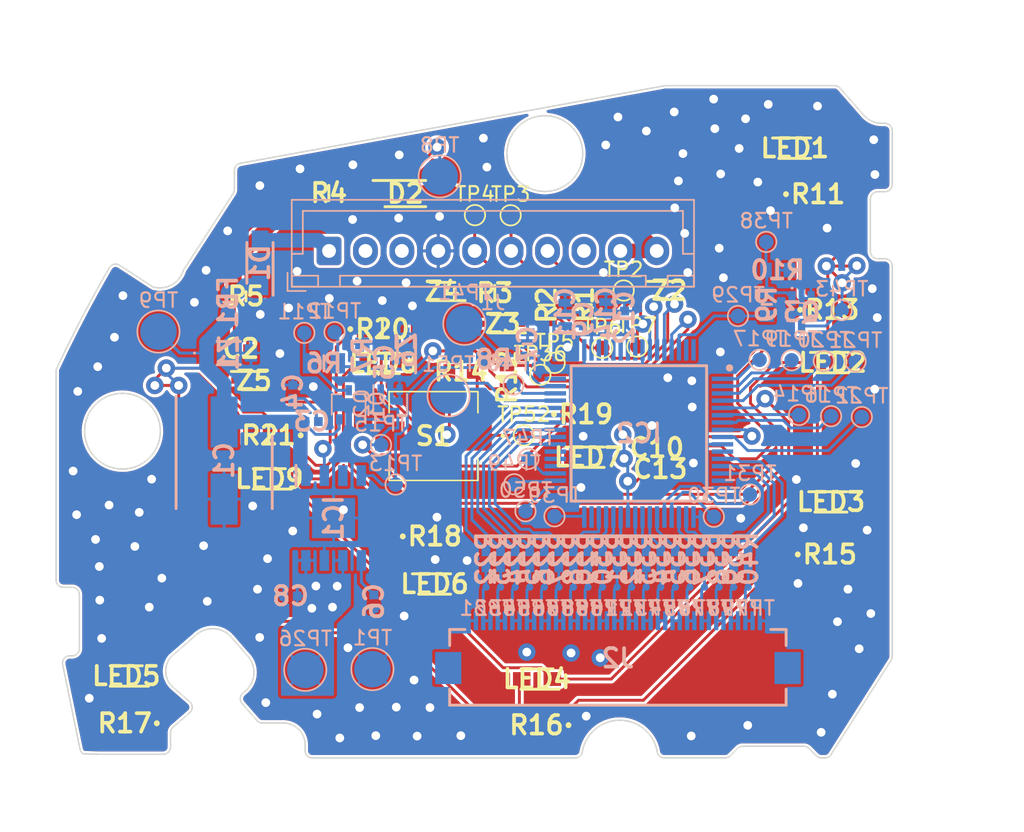
<source format=kicad_pcb>
(kicad_pcb (version 20211014) (generator pcbnew)
  (layers (0 "F.Cu" signal) (1 "In1.Cu" signal) (2 "In2.Cu" signal) (31 "B.Cu" signal) (34 "B.Paste" user) (35 "F.Paste" user) (36 "B.SilkS" user "B.Silkscreen") (37 "F.SilkS" user "F.Silkscreen") (38 "B.Mask" user) (39 "F.Mask" user) (44 "Edge.Cuts" user))
  (net 0 "")
  (net 1 "+5V")
  (net 2 "GND")
  (net 3 "Net-(IC2-Pad45)")
  (net 4 "+BATT")
  (net 5 "Net-(IC2-Pad21)")
  (net 6 "Net-(IC2-Pad20)")
  (net 7 "Net-(IC2-Pad61)")
  (net 8 "Net-(Q3-Pad1)")
  (net 9 "Net-(Q3-Pad3)")
  (net 10 "Net-(IC2-Pad35)")
  (net 11 "Net-(IC2-Pad46)")
  (net 12 "Net-(IC2-Pad34)")
  (net 13 "Net-(IC2-Pad33)")
  (net 14 "Net-(IC2-Pad32)")
  (net 15 "Net-(IC2-Pad43)")
  (net 16 "Net-(IC2-Pad41)")
  (net 17 "Net-(IC2-Pad39)")
  (net 18 "Net-(IC2-Pad29)")
  (net 19 "Net-(IC2-Pad27)")
  (net 20 "Net-(IC2-Pad24)")
  (net 21 "Net-(IC2-Pad22)")
  (net 22 "Net-(IC2-Pad18)")
  (net 23 "Net-(IC2-Pad13)")
  (net 24 "Net-(IC2-Pad12)")
  (net 25 "Net-(IC2-Pad44)")
  (net 26 "Net-(IC2-Pad42)")
  (net 27 "Net-(IC2-Pad40)")
  (net 28 "Net-(IC2-Pad30)")
  (net 29 "Net-(IC2-Pad28)")
  (net 30 "Net-(IC2-Pad25)")
  (net 31 "Net-(IC2-Pad23)")
  (net 32 "Net-(IC2-Pad19)")
  (net 33 "Net-(IC2-Pad14)")
  (net 34 "Net-(J2-Pad36)")
  (net 35 "Net-(J2-Pad32)")
  (net 36 "Net-(J2-Pad28)")
  (net 37 "Net-(J2-Pad24)")
  (net 38 "Net-(J2-Pad16)")
  (net 39 "Net-(J2-Pad12)")
  (net 40 "Net-(J2-Pad8)")
  (net 41 "Net-(J2-Pad4)")
  (net 42 "Net-(J2-Pad2)")
  (net 43 "Net-(J2-Pad38)")
  (net 44 "Net-(J2-Pad34)")
  (net 45 "Net-(J2-Pad30)")
  (net 46 "Net-(J2-Pad26)")
  (net 47 "Net-(J2-Pad22)")
  (net 48 "Net-(J2-Pad18)")
  (net 49 "Net-(J2-Pad14)")
  (net 50 "Net-(J2-Pad10)")
  (net 51 "Net-(J2-Pad6)")
  (net 52 "Net-(IC2-Pad60)")
  (net 53 "Net-(IC2-Pad59)")
  (net 54 "Net-(IC2-Pad58)")
  (net 55 "Net-(IC1-Pad4)")
  (net 56 "Net-(IC2-Pad6)")
  (net 57 "Net-(IC2-Pad5)")
  (net 58 "Net-(IC2-Pad7)")
  (net 59 "Net-(IC2-Pad1)")
  (net 60 "Net-(J2-Pad20)")
  (net 61 "Net-(IC2-Pad2)")
  (net 62 "Net-(IC2-Pad3)")
  (net 63 "Net-(IC2-Pad4)")
  (net 64 "Net-(IC2-Pad9)")
  (net 65 "Net-(IC2-Pad62)")
  (net 66 "Net-(Q1-Pad1)")
  (net 67 "Net-(D1-Pad2)")
  (net 69 "Net-(J1-Pad6)")
  (net 71 "Net-(C5-Pad1)")
  (net 72 "Net-(D1-Pad1)")
  (net 77 "Net-(D2-Pad1)")
  (net 78 "Net-(C7-Pad2)")
  (net 79 "Net-(C3-Pad2)")
  (net 80 "Net-(J1-Pad7)")
  (net 81 "Net-(J1-Pad5)")
  (net 82 "Net-(R12-Pad1)")
  (net 83 "Net-(D2-Pad2)")
  (net 84 "Net-(C2-Pad1)")
  (net 85 "Net-(C6-Pad1)")
  (net 86 "Net-(Q1-Pad3)")
  (net 89 "Net-(LED2-Pad2)")
  (net 90 "Net-(R15-Pad2)")
  (net 91 "Net-(R16-Pad2)")
  (net 92 "Net-(LED1-Pad2)")
  (net 93 "Net-(LED8-Pad2)")
  (net 94 "Net-(R19-Pad2)")
  (net 95 "Net-(R18-Pad2)")
  (net 96 "Net-(R17-Pad2)")
  (net 97 "Net-(LED9-Pad2)")
  (footprint "SamacSys_Parts:SODFL3918X140N" (layer "F.Cu") (at 141.69 81)
    (fp_text reference "D2")
    (fp_text value "M1F60-6063" hide)
  )
  (footprint "SamacSys_Parts:LEDM2214X140N" (layer "F.Cu") (at 132.35 100.6 180)
    (fp_text reference "LED9")
    (fp_text value "VLMR233T2V2-GS08" hide)
  )
  (footprint "TestPoint:TestPoint_Pad_D1.0mm" (layer "F.Cu") (at 156.68 87.66)
    (fp_text reference "TP2")
    (fp_text value "TestPoint")
  )
  (footprint "SamacSys_Parts:CAPC1608X90N" (layer "F.Cu") (at 159.19 99.92)
    (fp_text reference "C13")
    (fp_text value "CGA3E2X5R1A105M080AA" hide)
  )
  (footprint "SamacSys_Parts:ERJ6ENF1000V" (layer "F.Cu") (at 170.995 88.98)
    (fp_text reference "R13")
    (fp_text value "ERJ-6ENF1502V" hide)
  )
  (footprint "SamacSys_Parts:ERJ6ENF1000V" (layer "F.Cu") (at 140.115 90.31)
    (fp_text reference "R20")
    (fp_text value "ERJ-6ENF1502V" hide)
  )
  (footprint "SamacSys_Parts:ERJ6ENF1000V" (layer "F.Cu") (at 122.425 117.39 180)
    (fp_text reference "R17")
    (fp_text value "ERJ-6ENF1502V" hide)
  )
  (footprint "SamacSys_Parts:ERJ6ENF1000V" (layer "F.Cu") (at 170.835 105.79)
    (fp_text reference "R15")
    (fp_text value "ERJ-6ENF1502V" hide)
  )
  (footprint "SamacSys_Parts:RESC2012X65N" (layer "F.Cu") (at 153.94 88.63 -90)
    (fp_text reference "R1")
    (fp_text value "RMC1/10K683FTP83" hide)
  )
  (footprint "SamacSys_Parts:SKTRAEE010" (layer "F.Cu") (at 143.625 97.655 180)
    (fp_text reference "S1")
    (fp_text value "SKTRAEE010" hide)
  )
  (footprint "TestPoint:TestPoint_Pad_D1.0mm" (layer "F.Cu") (at 155.21 91.6)
    (fp_text reference "TP6")
    (fp_text value "TestPoint")
  )
  (footprint "SamacSys_Parts:LEDM2214X140N" (layer "F.Cu") (at 170.91 102.18)
    (fp_text reference "LED3")
    (fp_text value "VLMR233T2V2-GS08" hide)
  )
  (footprint "SamacSys_Parts:LEDM2214X140N" (layer "F.Cu") (at 171.03 92.61)
    (fp_text reference "LED2")
    (fp_text value "VLMR233T2V2-GS08" hide)
  )
  (footprint "SamacSys_Parts:LEDM2214X140N" (layer "F.Cu") (at 154.24 99.11)
    (fp_text reference "LED7")
    (fp_text value "VLMR233T2V2-GS08" hide)
  )
  (footprint "SamacSys_Parts:LEDM2214X140N" (layer "F.Cu") (at 168.43 77.88)
    (fp_text reference "LED1")
    (fp_text value "VLMR233T2V2-GS08" hide)
  )
  (footprint "SamacSys_Parts:ERJ6ENF1000V" (layer "F.Cu") (at 132.305 97.61 180)
    (fp_text reference "R21")
    (fp_text value "ERJ-6ENF1502V" hide)
  )
  (footprint "SamacSys_Parts:ERJ6ENF1000V" (layer "F.Cu") (at 170.025 81.04)
    (fp_text reference "R11")
    (fp_text value "ERJ-6ENF1502V" hide)
  )
  (footprint "SamacSys_Parts:LEDM2214X140N" (layer "F.Cu") (at 122.53 114.14 180)
    (fp_text reference "LED5")
    (fp_text value "VLMR233T2V2-GS08" hide)
  )
  (footprint "SamacSys_Parts:CAPC1005X55N" (layer "F.Cu") (at 130.4 91.66)
    (fp_text reference "C2")
    (fp_text value "GRM155R71C104KA88D" hide)
  )
  (footprint "TestPoint:TestPoint_Pad_D1.0mm" (layer "F.Cu") (at 148.92 82.49)
    (fp_text reference "TP3")
    (fp_text value "TestPoint")
  )
  (footprint "SamacSys_Parts:RESC2012X65N" (layer "F.Cu") (at 147.83 87.83 180)
    (fp_text reference "R3")
    (fp_text value "RMC1/10K683FTP83" hide)
  )
  (footprint "SamacSys_Parts:ERJ6ENF1000V" (layer "F.Cu") (at 150.695 117.52 180)
    (fp_text reference "R16")
    (fp_text value "ERJ-6ENF1502V" hide)
  )
  (footprint "SamacSys_Parts:RESC2012X65N" (layer "F.Cu") (at 136.44 80.96 180)
    (fp_text reference "R4")
    (fp_text value "RMC1/10K683FTP83" hide)
  )
  (footprint "SamacSys_Parts:CAPC1005X55N" (layer "F.Cu") (at 158.96 98.47)
    (fp_text reference "C10")
    (fp_text value "GCM155R71H104KE02D" hide)
  )
  (footprint "SamacSys_Parts:SODFL2512X90N" (layer "F.Cu") (at 144.24 87.725 180)
    (fp_text reference "Z4")
    (fp_text value "UDZVFHTE5.6B" hide)
  )
  (footprint "SamacSys_Parts:ERJ6ENF1000V" (layer "F.Cu") (at 154.095 96.16)
    (fp_text reference "R19")
    (fp_text value "ERJ-6ENF1502V" hide)
  )
  (footprint "SamacSys_Parts:SODFL2512X90N" (layer "F.Cu") (at 131.3 93.845)
    (fp_text reference "Z5")
    (fp_text value "UDZVFHTE5.6B" hide)
  )
  (footprint "TestPoint:TestPoint_Pad_D1.0mm" (layer "F.Cu") (at 146.47 82.48)
    (fp_text reference "TP4")
    (fp_text value "TestPoint")
  )
  (footprint "TestPoint:TestPoint_Pad_D1.0mm" (layer "F.Cu") (at 149.83 97.61)
    (fp_text reference "TP52")
    (fp_text value "TestPoint")
  )
  (footprint "SamacSys_Parts:RESC1608X55N" (layer "F.Cu") (at 145.515 93.22 180)
    (fp_text reference "R14")
    (fp_text value "RMC1/16SK103FTH43" hide)
  )
  (footprint "SamacSys_Parts:LEDM2214X140N" (layer "F.Cu") (at 150.73 114.35 180)
    (fp_text reference "LED4")
    (fp_text value "VLMR233T2V2-GS08" hide)
  )
  (footprint "TestPoint:TestPoint_Pad_D1.0mm" (layer "F.Cu") (at 157.62 91.51)
    (fp_text reference "TP7")
    (fp_text value "TestPoint")
  )
  (footprint "SamacSys_Parts:LEDM2214X140N" (layer "F.Cu") (at 143.7 107.82)
    (fp_text reference "LED6")
    (fp_text value "VLMR233T2V2-GS08" hide)
  )
  (footprint "SamacSys_Parts:RESC1608X55N" (layer "F.Cu") (at 148.67 93.61 90)
    (fp_text reference "R12")
    (fp_text value "RMC1/16SK103FTH43" hide)
  )
  (footprint "SamacSys_Parts:SODFL2512X90N" (layer "F.Cu") (at 159.81 87.655)
    (fp_text reference "Z2")
    (fp_text value "UDZVFHTE5.6B" hide)
  )
  (footprint "SamacSys_Parts:ERJ6ENF1000V" (layer "F.Cu") (at 143.715 104.55)
    (fp_text reference "R18")
    (fp_text value "ERJ-6ENF1502V" hide)
  )
  (footprint "SamacSys_Parts:LEDM2214X140N" (layer "F.Cu") (at 140.19 92.66)
    (fp_text reference "LED8")
    (fp_text value "VLMR233T2V2-GS08" hide)
  )
  (footprint "TestPoint:TestPoint_Pad_D1.0mm" (layer "F.Cu") (at 150.96 93.45)
    (fp_text reference "TP36")
    (fp_text value "TestPoint")
  )
  (footprint "TestPoint:TestPoint_Pad_D1.0mm" (layer "F.Cu") (at 151.94 92.63)
    (fp_text reference "TP5")
    (fp_text value "TestPoint")
  )
  (footprint "SamacSys_Parts:RESC1608X55N" (layer "F.Cu") (at 130.75 88.06 180)
    (fp_text reference "R5")
    (fp_text value "RMC1/16SK103FTH43" hide)
  )
  (footprint "SamacSys_Parts:SODFL2512X90N" (layer "F.Cu") (at 148.38 89.945 180)
    (fp_text reference "Z3")
    (fp_text value "UDZVFHTE5.6B" hide)
  )
  (footprint "SamacSys_Parts:RESC2012X65N" (layer "F.Cu") (at 151.39 88.66 -90)
    (fp_text reference "R2")
    (fp_text value "RMC1/10K683FTP83" hide)
  )
  (footprint "SamacSys_Parts:RESC1608X55N" (layer "B.Cu") (at 147.74 92.4 180)
    (fp_text reference "R8")
    (fp_text value "RMC16K102FTP" hide)
  )
  (footprint "SamacSys_Parts:RESC1608X55N" (layer "B.Cu") (at 167.25 86.26)
    (fp_text reference "R10")
    (fp_text value "RMC1/16SK103FTH43" hide)
  )
  (footprint "SamacSys_Parts:RESC1005X40N" (layer "B.Cu") (at 164.23 106.085 -90)
    (fp_text reference "R39")
    (fp_text value "ERJ-2GEJ561X" hide)
  )
  (footprint "TestPoint:TestPoint_Pad_D1.0mm" (layer "B.Cu") (at 168.72 96.21 180)
    (fp_text reference "TP14")
    (fp_text value "TestPoint")
  )
  (footprint "SamacSys_Parts:RESC1005X40N" (layer "B.Cu") (at 160.23 106.085 -90)
    (fp_text reference "R35")
    (fp_text value "ERJ-2GEJ561X" hide)
  )
  (footprint "SamacSys_Parts:TestPoint_Pad_D0.5mm" (layer "B.Cu") (at 148.23 108.035)
    (fp_text reference "TP62")
    (fp_text value "TestPoint")
  )
  (footprint "SamacSys_Parts:RESC1005X40N" (layer "B.Cu") (at 155.23 106.085 -90)
    (fp_text reference "R30")
    (fp_text value "ERJ-2GEJ561X" hide)
  )
  (footprint "SamacSys_Parts:CAPC1608X90N" (layer "B.Cu") (at 155.46 89.25 90)
    (fp_text reference "C14")
    (fp_text value "CGA3E2X5R1A105M080AA" hide)
  )
  (footprint "TestPoint:TestPoint_Pad_D1.0mm" (layer "B.Cu") (at 165.35 101.67 180)
    (fp_text reference "TP31")
    (fp_text value "TestPoint")
  )
  (footprint "SamacSys_Parts:RESC1005X40N" (layer "B.Cu") (at 153.23 106.085 -90)
    (fp_text reference "R28")
    (fp_text value "ERJ-2GEJ561X" hide)
  )
  (footprint "SamacSys_Parts:RESC1005X40N" (layer "B.Cu") (at 154.23 106.085 -90)
    (fp_text reference "R29")
    (fp_text value "ERJ-2GEJ561X" hide)
  )
  (footprint "SamacSys_Parts:RESC1005X40N" (layer "B.Cu") (at 156.23 106.085 -90)
    (fp_text reference "R31")
    (fp_text value "ERJ-2GEJ561X" hide)
  )
  (footprint "SamacSys_Parts:TestPoint_Pad_D0.5mm" (layer "B.Cu") (at 155.23 108.035)
    (fp_text reference "TP69")
    (fp_text value "TestPoint")
  )
  (footprint "SamacSys_Parts:TestPoint_Pad_D0.5mm" (layer "B.Cu") (at 157.23 108.035)
    (fp_text reference "TP71")
    (fp_text value "TestPoint")
  )
  (footprint "TestPoint:TestPoint_Pad_D1.0mm" (layer "B.Cu") (at 168.21 92.45 180)
    (fp_text reference "TP19")
    (fp_text value "TestPoint")
  )
  (footprint "Connector_JST:JST_XH_B10B-XH-A_1x10_P2.50mm_Vertical" (layer "B.Cu") (at 136.451 84.94)
    (fp_text reference "J1")
    (fp_text value "Conn_01x10")
  )
  (footprint "SamacSys_Parts:TestPoint_Pad_D0.5mm" (layer "B.Cu") (at 151.23 108.035)
    (fp_text reference "TP65")
    (fp_text value "TestPoint")
  )
  (footprint "SamacSys_Parts:TestPoint_Pad_D0.5mm" (layer "B.Cu") (at 160.23 108.035)
    (fp_text reference "TP74")
    (fp_text value "TestPoint")
  )
  (footprint "SamacSys_Parts:TestPoint_Pad_D0.5mm" (layer "B.Cu") (at 159.23 108.035)
    (fp_text reference "TP73")
    (fp_text value "TestPoint")
  )
  (footprint "SamacSys_Parts:TestPoint_Pad_D0.5mm" (layer "B.Cu") (at 163.23 108.035)
    (fp_text reference "TP77")
    (fp_text value "TestPoint")
  )
  (footprint "TestPoint:TestPoint_Pad_D1.0mm" (layer "B.Cu") (at 141.02 100.99 180)
    (fp_text reference "TP13")
    (fp_text value "TestPoint")
  )
  (footprint "TestPoint:TestPoint_Pad_D1.0mm" (layer "B.Cu") (at 134.75 90.57 180)
    (fp_text reference "TP11")
    (fp_text value "TestPoint")
  )
  (footprint "SamacSys_Parts:RESC1608X55N" (layer "B.Cu") (at 166.505 88.61 -90)
    (fp_text reference "R9")
    (fp_text value "RMC1/16SK103FTH43" hide)
  )
  (footprint "TestPoint:TestPoint_Pad_D1.0mm" (layer "B.Cu") (at 173.03 96.35 180)
    (fp_text reference "TP22")
    (fp_text value "TestPoint")
  )
  (footprint "SamacSys_Parts:RESC1005X40N" (layer "B.Cu") (at 147.23 106.085 -90)
    (fp_text reference "R22")
    (fp_text value "ERJ-2GEJ561X" hide)
  )
  (footprint "SamacSys_Parts:RESC1005X40N" (layer "B.Cu") (at 162.23 106.085 -90)
    (fp_text reference "R37")
    (fp_text value "ERJ-2GEJ561X" hide)
  )
  (footprint "SamacSys_Parts:CAPC1608X90N" (layer "B.Cu") (at 150.08 91.33 -90)
    (fp_text reference "C7")
    (fp_text value "CL10B104JB8NNNC" hide)
  )
  (footprint "SamacSys_Parts:RESC1005X40N" (layer "B.Cu") (at 157.23 106.085 -90)
    (fp_text reference "R32")
    (fp_text value "ERJ-2GEJ561X" hide)
  )
  (footprint "SamacSys_Parts:SODFL3918X140N" (layer "B.Cu") (at 131.71 85.76 90)
    (fp_text reference "D1")
    (fp_text value "M1F60-6063" hide)
  )
  (footprint "SamacSys_Parts:CAPC1005X55N" (layer "B.Cu") (at 133.97 94.62 90)
    (fp_text reference "C4")
    (fp_text value "GCM155R71H104KE02D" hide)
  )
  (footprint "SamacSys_Parts:CAPC1005X55N" (layer "B.Cu") (at 140.27 92.6 90)
    (fp_text reference "C5")
    (fp_text value "GRM155R71C104KA88D" hide)
  )
  (footprint "SamacSys_Parts:RESC1005X40N" (layer "B.Cu") (at 159.23 106.085 -90)
    (fp_text reference "R34")
    (fp_text value "ERJ-2GEJ561X" hide)
  )
  (footprint "TestPoint:TestPoint_Pad_D1.0mm" (layer "B.Cu") (at 166.01 92.42 180)
    (fp_text reference "TP17")
    (fp_text value "TestPoint")
  )
  (footprint "SamacSys_Parts:TestPoint_Pad_D0.5mm" (layer "B.Cu") (at 158.23 108.035)
    (fp_text reference "TP72")
    (fp_text value "TestPoint")
  )
  (footprint "SamacSys_Parts:RESC1005X40N" (layer "B.Cu") (at 158.23 106.085 -90)
    (fp_text reference "R33")
    (fp_text value "ERJ-2GEJ561X" hide)
  )
  (footprint "TestPoint:TestPoint_Pad_D1.0mm" (layer "B.Cu") (at 164.53 89.41 180)
    (fp_text reference "TP29")
    (fp_text value "TestPoint")
  )
  (footprint "SamacSys_Parts:RESC1005X40N" (layer "B.Cu") (at 165.23 106.085 -90)
    (fp_text reference "R40")
    (fp_text value "ERJ-2GEJ561X" hide)
  )
  (footprint "SamacSys_Parts:RESC1005X40N" (layer "B.Cu") (at 161.23 106.085 -90)
    (fp_text reference "R36")
    (fp_text value "ERJ-2GEJ561X" hide)
  )
  (footprint "TestPoint:TestPoint_Pad_D1.0mm" (layer "B.Cu") (at 149.12 94.12 180)
    (fp_text reference "TP48")
    (fp_text value "TestPoint")
  )
  (footprint "SamacSys_Parts:TestPoint_Pad_D0.5mm" (layer "B.Cu") (at 150.23 108.035)
    (fp_text reference "TP64")
    (fp_text value "TestPoint")
  )
  (footprint "SamacSys_Parts:TestPoint_Pad_D0.5mm" (layer "B.Cu") (at 165.23 108.035)
    (fp_text reference "TP79")
    (fp_text value "TestPoint")
  )
  (footprint "TestPoint:TestPoint_Pad_D2.5mm" (layer "B.Cu") (at 144.05 79.82 180)
    (fp_text reference "TP8")
    (fp_text value "TestPoint")
  )
  (footprint "SamacSys_Parts:CAPC1005X55N" (layer "B.Cu") (at 135.26 96.66)
    (fp_text reference "C3")
    (fp_text value "GCM155R71H104KE02D" hide)
  )
  (footprint "SamacSys_Parts:RESC1608X55N" (layer "B.Cu") (at 138.74 92.09 -90)
    (fp_text reference "R7")
    (fp_text value "RMC1/16SK103FTH43" hide)
  )
  (footprint "SamacSys_Parts:TestPoint_Pad_D0.5mm" (layer "B.Cu") (at 161.23 108.035)
    (fp_text reference "TP75")
    (fp_text value "TestPoint")
  )
  (footprint "TestPoint:TestPoint_Pad_D1.0mm" (layer "B.Cu") (at 149.94 102.82 180)
    (fp_text reference "TP50")
    (fp_text value "TestPoint")
  )
  (footprint "TestPoint:TestPoint_Pad_D1.0mm" (layer "B.Cu") (at 162.87 103.2 180)
    (fp_text reference "TP30")
    (fp_text value "TestPoint")
  )
  (footprint "SamacSys_Parts:TestPoint_Pad_D0.5mm" (layer "B.Cu") (at 152.23 108.035)
    (fp_text reference "TP66")
    (fp_text value "TestPoint")
  )
  (footprint "SamacSys_Parts:CAPC1005X55N" (layer "B.Cu") (at 156.74 89.53 90)
    (fp_text reference "C12")
    (fp_text value "GCM155R71H104KE02D" hide)
  )
  (footprint "SamacSys_Parts:RESC1005X40N" (layer "B.Cu") (at 152.23 106.085 -90)
    (fp_text reference "R27")
    (fp_text value "ERJ-2GEJ561X" hide)
  )
  (footprint "TestPoint:TestPoint_Pad_D2.5mm" (layer "B.Cu") (at 134.82 113.72 180)
    (fp_text reference "TP26")
    (fp_text value "TestPoint")
  )
  (footprint "SamacSys_Parts:RESC1005X40N" (layer "B.Cu") (at 150.23 106.085 -90)
    (fp_text reference "R25")
    (fp_text value "ERJ-2GEJ561X" hide)
  )
  (footprint "SamacSys_Parts:TestPoint_Pad_D0.5mm" (layer "B.Cu") (at 149.23 108.035)
    (fp_text reference "TP63")
    (fp_text value "TestPoint")
  )
  (footprint "SamacSys_Parts:KDZVTR36B" (layer "B.Cu") (at 129.565 91.955 -90)
    (fp_text reference "Z1")
    (fp_text value "KDZVTR36B" hide)
  )
  (footprint "TestPoint:TestPoint_Pad_D1.0mm" (layer "B.Cu") (at 150.14 99.22 180)
    (fp_text reference "TP47")
    (fp_text value "TestPoint")
  )
  (footprint "TestPoint:TestPoint_Pad_D1.0mm" (layer "B.Cu") (at 171.65 89 180)
    (fp_text reference "TP43")
    (fp_text value "TestPoint")
  )
  (footprint "TestPoint:TestPoint_Pad_D2.5mm" (layer "B.Cu") (at 124.74 90.48 180)
    (fp_text reference "TP9")
    (fp_text value "TestPoint")
  )
  (footprint "TestPoint:TestPoint_Pad_D1.0mm" (layer "B.Cu") (at 172.6 92.53 180)
    (fp_text reference "TP21")
    (fp_text value "TestPoint")
  )
  (footprint "SamacSys_Parts:CAPC1005X55N" (layer "B.Cu") (at 133.81 108.65 180)
    (fp_text reference "C8")
    (fp_text value "GCM155R71H104KE02D" hide)
  )
  (footprint "SamacSys_Parts:RESC1005X40N" (layer "B.Cu") (at 151.23 106.085 -90)
    (fp_text reference "R26")
    (fp_text value "ERJ-2GEJ561X" hide)
  )
  (footprint "SamacSys_Parts:RESC1005X40N" (layer "B.Cu") (at 163.23 106.085 -90)
    (fp_text reference "R38")
    (fp_text value "ERJ-2GEJ561X" hide)
  )
  (footprint "SamacSys_Parts:TestPoint_Pad_D0.5mm" (layer "B.Cu") (at 162.23 108.035)
    (fp_text reference "TP76")
    (fp_text value "TestPoint")
  )
  (footprint "SamacSys_Parts:SSM3K7002CFULF" (layer "B.Cu") (at 168.895 89.145)
    (fp_text reference "Q3")
    (fp_text value "SSM3K7002KFU,LF" hide)
  )
  (footprint "SamacSys_Parts:TestPoint_Pad_D0.5mm" (layer "B.Cu") (at 147.23 108.035)
    (fp_text reference "TP61")
    (fp_text value "TestPoint")
  )
  (footprint "SamacSys_Parts:SOIC127P620X160-9N" (layer "B.Cu") (at 136.765 103.29 -90)
    (fp_text reference "IC1")
    (fp_text value "R5112S121B-E2-KE" hide)
  )
  (footprint "TestPoint:TestPoint_Pad_D2.5mm" (layer "B.Cu") (at 145.74 89.95 180)
    (fp_text reference "TP41")
    (fp_text value "TestPoint")
  )
  (footprint "TestPoint:TestPoint_Pad_D1.0mm" (layer "B.Cu") (at 151.93 103.17 180)
    (fp_text reference "TP39")
    (fp_text value "TestPoint")
  )
  (footprint "SamacSys_Parts:SODFL2512X90N" (layer "B.Cu") (at 141.77 91.765 90)
    (fp_text reference "Z6")
    (fp_text value "UDZVFHTE5.6B" hide)
  )
  (footprint "SamacSys_Parts:RESC1005X40N" (layer "B.Cu") (at 149.23 106.085 -90)
    (fp_text reference "R24")
    (fp_text value "ERJ-2GEJ561X" hide)
  )
  (footprint "SamacSys_Parts:TestPoint_Pad_D0.5mm" (layer "B.Cu") (at 156.23 108.035)
    (fp_text reference "TP70")
    (fp_text value "TestPoint")
  )
  (footprint "TestPoint:TestPoint_Pad_D1.0mm" (layer "B.Cu") (at 149.17 100.97 180)
    (fp_text reference "TP49")
    (fp_text value "TestPoint")
  )
  (footprint "SamacSys_Parts:XF3M40251B" (layer "B.Cu") (at 156.285 113.245 180)
    (fp_text reference "J2")
    (fp_text value "XF3M-4025-1B" hide)
  )
  (footprint "Package_TO_SOT_SMD:SOT-323_SC-70" (layer "B.Cu") (at 137.8 95.51 90)
    (fp_text reference "Q1")
    (fp_text value "BC807W")
  )
  (footprint "TestPoint:TestPoint_Pad_D1.0mm" (layer "B.Cu") (at 170.92 96.29 180)
    (fp_text reference "TP16")
    (fp_text value "TestPoint")
  )
  (footprint "SamacSys_Parts:CAPAE660X780N" (layer "B.Cu") (at 129.25 99.34 -90)
    (fp_text reference "C1")
    (fp_text value "UCQ1V470MCL1GS" hide)
  )
  (footprint "TestPoint:TestPoint_Pad_D1.0mm" (layer "B.Cu") (at 166.47 84.32 180)
    (fp_text reference "TP38")
    (fp_text value "TestPoint")
  )
  (footprint "TestPoint:TestPoint_Pad_D2.5mm" (layer "B.Cu") (at 139.43 113.67 180)
    (fp_text reference "TP1")
    (fp_text value "TestPoint")
  )
  (footprint "SamacSys_Parts:QFP50P1200X1200X160-64N" (layer "B.Cu") (at 157.725 97.475 180)
    (fp_text reference "IC2")
    (fp_text value "CY8C4146AZI-S455" hide)
  )
  (footprint "SamacSys_Parts:CAPC1005X55N" (layer "B.Cu") (at 153.92 89.63 90)
    (fp_text reference "C9")
    (fp_text value "GCM155R71H104KE02D" hide)
  )
  (footprint "SamacSys_Parts:TestPoint_Pad_D0.5mm" (layer "B.Cu") (at 153.23 108.035)
    (fp_text reference "TP67")
    (fp_text value "TestPoint")
  )
  (footprint "TestPoint:TestPoint_Pad_D1.0mm" (layer "B.Cu") (at 136.83 90.52 180)
    (fp_text reference "TP12")
    (fp_text value "TestPoint")
  )
  (footprint "TestPoint:TestPoint_Pad_D2.5mm" (layer "B.Cu") (at 144.66 94.87 180)
    (fp_text reference "TP51")
    (fp_text value "TestPoint")
  )
  (footprint "Package_TO_SOT_SMD:SOT-323_SC-70" (layer "B.Cu") (at 140.65 95.46 -90)
    (fp_text reference "Q2")
    (fp_text value "BC848W")
  )
  (footprint "SamacSys_Parts:CAPC1005X55N" (layer "B.Cu") (at 139.53 109.03 -90)
    (fp_text reference "C6")
    (fp_text value "GCM155L81E103KA37D" hide)
  )
  (footprint "SamacSys_Parts:CAPC1608X90N" (layer "B.Cu") (at 152.67 89.3 90)
    (fp_text reference "C11")
    (fp_text value "CGA3E2X5R1A105M080AA" hide)
  )
  (footprint "TestPoint:TestPoint_Pad_D1.0mm" (layer "B.Cu") (at 170.42 92.5 180)
    (fp_text reference "TP20")
    (fp_text value "TestPoint")
  )
  (footprint "SamacSys_Parts:RESC1005X40N" (layer "B.Cu") (at 148.23 106.085 -90)
    (fp_text reference "R23")
    (fp_text value "ERJ-2GEJ561X" hide)
  )
  (footprint "SamacSys_Parts:RESC2012X65N" (layer "B.Cu") (at 136.1 92.66)
    (fp_text reference "R6")
    (fp_text value "RMC1/10K683FTP83" hide)
  )
  (footprint "TestPoint:TestPoint_Pad_D1.0mm" (layer "B.Cu") (at 140.02 98.27 180)
    (fp_text reference "TP15")
    (fp_text value "TestPoint")
  )
  (footprint "SamacSys_Parts:TestPoint_Pad_D0.5mm" (layer "B.Cu") (at 164.23 108.035)
    (fp_text reference "TP78")
    (fp_text value "TestPoint")
  )
  (footprint "SamacSys_Parts:BLM18EG121SH1D" (layer "B.Cu") (at 129.515 88.46 -90)
    (fp_text reference "FB1")
    (fp_text value "BLM18KG601SZ1D" hide)
  )
  (footprint "SamacSys_Parts:TestPoint_Pad_D0.5mm" (layer "B.Cu") (at 154.23 108.035)
    (fp_text reference "TP68")
    (fp_text value "TestPoint")
  )
  (gr_line locked (start 130.708613 115.174) (end 130.482613 115.371) (layer "Edge.Cuts") (width 0.1))
  (gr_line locked (start 127.343784 111.305796) (end 125.607784 112.814796) (layer "Edge.Cuts") (width 0.1))
  (gr_line locked (start 170.256913 119.76646) (end 170.501913 119.76646) (layer "Edge.Cuts") (width 0.1))
  (gr_line locked (start 171.530517 73.752157) (end 173.137687 75.587661) (layer "Edge.Cuts") (width 0.1))
  (gr_line locked (start 170.922502 119.536839) (end 175.039516 113.064994) (layer "Edge.Cuts") (width 0.1))
  (gr_arc locked (start 131.883175 117.370821) (mid 131.674614 117.326096) (end 131.503156 117.199209) (layer "Edge.Cuts") (width 0.1))
  (gr_circle locked (center 122.267588 97.321635) (end 124.867588 97.321635) (layer "Edge.Cuts") (width 0.1) (fill none))
  (gr_arc locked (start 119.587588 119.489635) (mid 119.436108 119.351429) (end 119.352464 119.164211) (layer "Edge.Cuts") (width 0.1))
  (gr_line locked (start 159.508701 119.76646) (end 163.642701 119.76646) (layer "Edge.Cuts") (width 0.1))
  (gr_line locked (start 169.39636 119.113013) (end 169.90336 119.620013) (layer "Edge.Cuts") (width 0.1))
  (gr_arc locked (start 130.791959 112.682213) (mid 131.293956 113.946291) (end 130.708613 115.174) (layer "Edge.Cuts") (width 0.1))
  (gr_arc locked (start 117.710496 93.103208) (mid 119.455185 89.572091) (end 121.352239 86.120437) (layer "Edge.Cuts") (width 0.1))
  (gr_line locked (start 129.954671 80.717606) (end 129.954671 79.407606) (layer "Edge.Cuts") (width 0.1))
  (gr_arc locked (start 130.529156 116.079209) (mid 130.35921 115.734744) (end 130.482613 115.371) (layer "Edge.Cuts") (width 0.1))
  (gr_arc locked (start 133.309175 117.370821) (mid 134.369835 117.810161) (end 134.809175 118.870821) (layer "Edge.Cuts") (width 0.1))
  (gr_arc locked (start 175.120517 80.372157) (mid 174.97407 80.72571) (end 174.620517 80.872157) (layer "Edge.Cuts") (width 0.1))
  (gr_arc locked (start 119.310517 112.252157) (mid 119.16407 112.60571) (end 118.810517 112.752157) (layer "Edge.Cuts") (width 0.1))
  (gr_arc locked (start 171.153 73.58) (mid 171.360448 73.625095) (end 171.530517 73.752157) (layer "Edge.Cuts") (width 0.1))
  (gr_line locked (start 159.54 73.58) (end 171.153 73.58) (layer "Edge.Cuts") (width 0.1))
  (gr_line locked (start 175.120517 76.672157) (end 175.120517 80.372157) (layer "Edge.Cuts") (width 0.1))
  (gr_line locked (start 164.856807 118.966566) (end 169.042807 118.966566) (layer "Edge.Cuts") (width 0.1))
  (gr_arc locked (start 121.352239 86.120437) (mid 121.669653 85.860408) (end 122.074556 85.926896) (layer "Edge.Cuts") (width 0.1))
  (gr_arc locked (start 129.954671 80.717606) (mid 129.933688 80.860911) (end 129.872524 80.992195) (layer "Edge.Cuts") (width 0.1))
  (gr_line locked (start 125.567588 118.034635) (end 125.567588 119.021635) (layer "Edge.Cuts") (width 0.1))
  (gr_line locked (start 131.883175 117.370821) (end 133.309175 117.370821) (layer "Edge.Cuts") (width 0.1))
  (gr_arc locked (start 174.620517 76.172157) (mid 174.97407 76.318604) (end 175.120517 76.672157) (layer "Edge.Cuts") (width 0.1))
  (gr_line locked (start 118.650517 112.752157) (end 118.810517 112.752157) (layer "Edge.Cuts") (width 0.1))
  (gr_line locked (start 174.120517 85.472157) (end 174.620517 85.472157) (layer "Edge.Cuts") (width 0.1))
  (gr_arc locked (start 170.922502 119.536839) (mid 170.741526 119.705351) (end 170.501913 119.76646) (layer "Edge.Cuts") (width 0.1))
  (gr_arc locked (start 175.120517 112.792157) (mid 175.099857 112.934466) (end 175.039516 113.064994) (layer "Edge.Cuts") (width 0.1))
  (gr_line locked (start 131.503156 117.199209) (end 130.529156 116.079209) (layer "Edge.Cuts") (width 0.1))
  (gr_line locked (start 134.809175 119.270821) (end 134.809175 118.870821) (layer "Edge.Cuts") (width 0.1))
  (gr_circle locked (center 151.267588 78.251635) (end 153.867588 78.251635) (layer "Edge.Cuts") (width 0.1) (fill none))
  (gr_arc locked (start 153.843086 119.354721) (mid 156.42183 117.180082) (end 158.986533 119.371263) (layer "Edge.Cuts") (width 0.1))
  (gr_arc locked (start 125.753163 114.928512) (mid 125.243249 113.901726) (end 125.607784 112.814796) (layer "Edge.Cuts") (width 0.1))
  (gr_line locked (start 135.309175 119.770821) (end 153.350175 119.770821) (layer "Edge.Cuts") (width 0.1))
  (gr_arc locked (start 135.309175 119.770821) (mid 134.955622 119.624374) (end 134.809175 119.270821) (layer "Edge.Cuts") (width 0.1))
  (gr_line locked (start 175.120517 85.972157) (end 175.120517 112.792157) (layer "Edge.Cuts") (width 0.1))
  (gr_line locked (start 174.620517 80.872157) (end 174.120517 80.872157) (layer "Edge.Cuts") (width 0.1))
  (gr_arc locked (start 125.567588 118.034635) (mid 125.611439 117.829794) (end 125.735406 117.66093) (layer "Edge.Cuts") (width 0.1))
  (gr_line locked (start 129.872524 80.992195) (end 126.452524 86.258195) (layer "Edge.Cuts") (width 0.1))
  (gr_line locked (start 118.810517 108.052157) (end 118.210496 108.050208) (layer "Edge.Cuts") (width 0.1))
  (gr_line locked (start 130.369 78.915) (end 159.54 73.58) (layer "Edge.Cuts") (width 0.1))
  (gr_line locked (start 125.735406 117.66093) (end 126.932406 116.61993) (layer "Edge.Cuts") (width 0.1))
  (gr_line locked (start 163.996254 119.620013) (end 164.503254 119.113013) (layer "Edge.Cuts") (width 0.1))
  (gr_arc locked (start 170.256913 119.76646) (mid 170.065571 119.728399) (end 169.90336 119.620013) (layer "Edge.Cuts") (width 0.1))
  (gr_arc locked (start 125.567588 119.021635) (mid 125.421141 119.375188) (end 125.067588 119.521635) (layer "Edge.Cuts") (width 0.1))
  (gr_arc locked (start 169.042807 118.966566) (mid 169.234149 119.004627) (end 169.39636 119.113013) (layer "Edge.Cuts") (width 0.1))
  (gr_line locked (start 129.741959 111.475213) (end 130.791959 112.682213) (layer "Edge.Cuts") (width 0.1))
  (gr_arc locked (start 174.120517 85.472157) (mid 173.766964 85.32571) (end 173.620517 84.972157) (layer "Edge.Cuts") (width 0.1))
  (gr_line locked (start 119.587588 119.489635) (end 120.702588 119.521635) (layer "Edge.Cuts") (width 0.1))
  (gr_line locked (start 125.753163 114.928512) (end 126.885163 115.912512) (layer "Edge.Cuts") (width 0.1))
  (gr_line locked (start 174.422517 76.172157) (end 174.620517 76.172157) (layer "Edge.Cuts") (width 0.1))
  (gr_line locked (start 119.310517 108.552157) (end 119.310517 112.252157) (layer "Edge.Cuts") (width 0.1))
  (gr_arc locked (start 126.885163 115.912512) (mid 127.055296 116.256437) (end 126.932406 116.61993) (layer "Edge.Cuts") (width 0.1))
  (gr_arc locked (start 173.620517 81.372157) (mid 173.766964 81.018604) (end 174.120517 80.872157) (layer "Edge.Cuts") (width 0.1))
  (gr_arc locked (start 153.843086 119.354721) (mid 153.672663 119.652839) (end 153.350175 119.770821) (layer "Edge.Cuts") (width 0.1))
  (gr_arc locked (start 159.508701 119.76646) (mid 159.174425 119.665569) (end 158.986533 119.371263) (layer "Edge.Cuts") (width 0.1))
  (gr_arc locked (start 118.810517 108.052157) (mid 119.16407 108.198604) (end 119.310517 108.552157) (layer "Edge.Cuts") (width 0.1))
  (gr_line locked (start 120.702588 119.521635) (end 125.067588 119.521635) (layer "Edge.Cuts") (width 0.1))
  (gr_arc locked (start 163.996254 119.620013) (mid 163.834043 119.7284) (end 163.642701 119.76646) (layer "Edge.Cuts") (width 0.1))
  (gr_arc locked (start 118.161464 113.356211) (mid 118.261931 112.937551) (end 118.650517 112.752157) (layer "Edge.Cuts") (width 0.1))
  (gr_line locked (start 117.710496 93.103208) (end 117.710496 107.550208) (layer "Edge.Cuts") (width 0.1))
  (gr_line locked (start 173.620517 81.372157) (end 173.620517 84.972157) (layer "Edge.Cuts") (width 0.1))
  (gr_arc locked (start 174.422517 76.172157) (mid 173.716515 76.019684) (end 173.137687 75.587661) (layer "Edge.Cuts") (width 0.1))
  (gr_arc locked (start 164.503254 119.113013) (mid 164.665465 119.004626) (end 164.856807 118.966566) (layer "Edge.Cuts") (width 0.1))
  (gr_line locked (start 124.364556 87.413896) (end 122.074556 85.926896) (layer "Edge.Cuts") (width 0.1))
  (gr_arc locked (start 127.343784 111.305796) (mid 128.577959 110.893826) (end 129.741959 111.475213) (layer "Edge.Cuts") (width 0.1))
  (gr_arc locked (start 174.620517 85.472157) (mid 174.97407 85.618604) (end 175.120517 85.972157) (layer "Edge.Cuts") (width 0.1))
  (gr_arc locked (start 118.210496 108.050208) (mid 117.856943 107.903761) (end 117.710496 107.550208) (layer "Edge.Cuts") (width 0.1))
  (gr_arc locked (start 129.954671 79.407606) (mid 130.072067 79.085799) (end 130.369 78.915) (layer "Edge.Cuts") (width 0.1))
  (gr_arc locked (start 126.452523 86.258195) (mid 125.647893 87.268478) (end 124.364556 87.413896) (layer "Edge.Cuts") (width 0.1))
  (gr_line locked (start 118.161464 113.356211) (end 119.352464 119.164211) (layer "Edge.Cuts") (width 0.1))
  (segment (start 157.55 100.76) (end 158.39 99.92) (width 0.2) (layer "F.Cu") (net 1))
  (segment (start 144.715 97.395) (end 144.54 97.57) (width 0.2) (layer "F.Cu") (net 1))
  (segment (start 156.96 100.76) (end 157.55 100.76) (width 0.2) (layer "F.Cu") (net 1))
  (segment (start 144.715 93.22) (end 144.715 94.195) (width 0.2) (layer "F.Cu") (net 1))
  (segment (start 158.5 99.81) (end 158.39 99.92) (width 0.2) (layer "F.Cu") (net 1))
  (segment (start 144.715 93.22) (end 144.715 97.395) (width 0.2) (layer "F.Cu") (net 1))
  (segment (start 158.5 98.47) (end 158.5 99.81) (width 0.2) (layer "F.Cu") (net 1))
  (via (at 156.96 100.76) (size 1.2) (drill 0.6) (layers "F.Cu" "B.Cu") (net 1))
  (via (at 156.62 97.56) (size 1.2) (drill 0.6) (layers "F.Cu" "B.Cu") (net 1))
  (via (at 135.27 109.49) (size 1.2) (drill 0.6) (layers "F.Cu" "B.Cu") (net 1))
  (via (at 136.69 109.41) (size 1.2) (drill 0.6) (layers "F.Cu" "B.Cu") (net 1))
  (via (at 137.01 107.97) (size 1.2) (drill 0.6) (layers "F.Cu" "B.Cu") (net 1))
  (via (at 135.55 107.96) (size 1.2) (drill 0.6) (layers "F.Cu" "B.Cu") (net 1))
  (via (at 156.71 99.2) (size 1.2) (drill 0.6) (layers "F.Cu" "B.Cu") (net 1))
  (via (at 144.54 97.57) (size 1.2) (drill 0.6) (layers "F.Cu" "B.Cu") (net 1))
  (via (at 152.83 91.55) (size 1.2) (drill 0.6) (layers "F.Cu" "B.Cu") (net 1))
  (segment (start 156.96 100.76) (end 156.96 99.45) (width 0.2) (layer "B.Cu") (net 1))
  (segment (start 153.92 90.09) (end 152.68 90.09) (width 0.2) (layer "B.Cu") (net 1))
  (segment (start 156.68 90.05) (end 156.74 89.99) (width 0.2) (layer "B.Cu") (net 1))
  (segment (start 155.46 90.05) (end 156.68 90.05) (width 0.2) (layer "B.Cu") (net 1))
  (segment (start 156.975 101.765) (end 156.98 101.76) (width 0.2) (layer "B.Cu") (net 1))
  (segment (start 156.975 103.213) (end 156.975 101.765) (width 0.2) (layer "B.Cu") (net 1))
  (segment (start 153.92 90.09) (end 155.42 90.09) (width 0.2) (layer "B.Cu") (net 1))
  (segment (start 153.92 90.09) (end 154.475 90.645) (width 0.2) (layer "B.Cu") (net 1))
  (segment (start 156.74 89.99) (end 157.475 90.725) (width 0.2) (layer "B.Cu") (net 1))
  (segment (start 155.42 90.09) (end 155.46 90.05) (width 0.2) (layer "B.Cu") (net 1))
  (segment (start 156.96 101.74) (end 156.96 100.76) (width 0.2) (layer "B.Cu") (net 1))
  (segment (start 156.98 101.76) (end 156.96 101.74) (width 0.2) (layer "B.Cu") (net 1))
  (segment (start 156.96 99.45) (end 156.71 99.2) (width 0.2) (layer "B.Cu") (net 1))
  (segment (start 156.71 97.65) (end 156.62 97.56) (width 0.2) (layer "B.Cu") (net 1))
  (segment (start 156.71 99.2) (end 156.71 97.65) (width 0.2) (layer "B.Cu") (net 1))
  (segment (start 152.68 90.09) (end 152.67 90.1) (width 0.2) (layer "B.Cu") (net 1))
  (segment (start 154.475 90.645) (end 154.475 91.737) (width 0.2) (layer "B.Cu") (net 1))
  (segment (start 157.475 90.725) (end 157.475 91.737) (width 0.2) (layer "B.Cu") (net 1))
  (via (at 134.46 79.3) (size 1.2) (drill 0.6) (layers "F.Cu" "B.Cu") (net 2))
  (via (at 165.2 117.53) (size 1.2) (drill 0.6) (layers "F.Cu" "B.Cu") (net 2))
  (via (at 120.68 106.62) (size 1.2) (drill 0.6) (layers "F.Cu" "B.Cu") (net 2))
  (via (at 124.97 107.42) (size 1.2) (drill 0.6) (layers "F.Cu" "B.Cu") (net 2))
  (via (at 174.09 89.52) (size 1.2) (drill 0.6) (layers "F.Cu" "B.Cu") (net 2))
  (via (at 131.54 108.18) (size 1.2) (drill 0.6) (layers "F.Cu" "B.Cu") (net 2))
  (via (at 133.08 91.99) (size 1.2) (drill 0.6) (layers "F.Cu" "B.Cu") (net 2))
  (via (at 164.61 77.9) (size 1.2) (drill 0.6) (layers "F.Cu" "B.Cu") (net 2))
  (via (at 168.54 100.64) (size 1.2) (drill 0.6) (layers "F.Cu" "B.Cu") (net 2))
  (via (at 141.74 87.12) (size 1.2) (drill 0.6) (layers "F.Cu" "B.Cu") (net 2))
  (via (at 140.11 88.35) (size 1.2) (drill 0.6) (layers "F.Cu" "B.Cu") (net 2))
  (via (at 170.65 83.37) (size 1.2) (drill 0.6) (layers "F.Cu" "B.Cu") (net 2))
  (via (at 153.9 97.67) (size 1.2) (drill 0.6) (layers "F.Cu" "B.Cu") (net 2))
  (via (at 143.86 103.23) (size 1.2) (drill 0.6) (layers "F.Cu" "B.Cu") (net 2))
  (via (at 141.61 110.02) (size 1.2) (drill 0.6) (layers "F.Cu" "B.Cu") (net 2))
  (via (at 137.44 102.72) (size 1.2) (drill 0.6) (layers "F.Cu" "B.Cu") (net 2))
  (via (at 128.09 109.01) (size 1.2) (drill 0.6) (layers "F.Cu" "B.Cu") (net 2))
  (via (at 139.66 118.24) (size 1.2) (drill 0.6) (layers "F.Cu" "B.Cu") (net 2))
  (via (at 147.29 79.18) (size 1.2) (drill 0.6) (layers "F.Cu" "B.Cu") (net 2))
  (via (at 172.08 108.18) (size 1.2) (drill 0.6) (layers "F.Cu" "B.Cu") (net 2))
  (via (at 128.01 86.27) (size 1.2) (drill 0.6) (layers "F.Cu" "B.Cu") (net 2))
  (via (at 142.18 88.71) (size 1.2) (drill 0.6) (layers "F.Cu" "B.Cu") (net 2))
  (via (at 168.65 107.78) (size 1.2) (drill 0.6) (layers "F.Cu" "B.Cu") (net 2))
  (via (at 142.29 114.42) (size 1.2) (drill 0.6) (layers "F.Cu" "B.Cu") (net 2))
  (via (at 120.84 111.56) (size 1.2) (drill 0.6) (layers "F.Cu" "B.Cu") (net 2))
  (via (at 171.36 110.41) (size 1.2) (drill 0.6) (layers "F.Cu" "B.Cu") (net 2))
  (via (at 169.02 103.96) (size 1.2) (drill 0.6) (layers "F.Cu" "B.Cu") (net 2))
  (via (at 121.35 102.4) (size 1.2) (drill 0.6) (layers "F.Cu" "B.Cu") (net 2))
  (via (at 127.84 105.19) (size 1.2) (drill 0.6) (layers "F.Cu" "B.Cu") (net 2))
  (via (at 165.05 75.86) (size 1.2) (drill 0.6) (layers "F.Cu" "B.Cu") (net 2))
  (via (at 132.11 115.97) (size 1.2) (drill 0.6) (layers "F.Cu" "B.Cu") (net 2))
  (via (at 153.07 112.56) (size 1.2) (drill 0.6) (layers "F.Cu" "B.Cu") (net 2))
  (via (at 143.38 116.31) (size 1.2) (drill 0.6) (layers "F.Cu" "B.Cu") (net 2))
  (via (at 133.68 88.86) (size 1.2) (drill 0.6) (layers "F.Cu" "B.Cu") (net 2))
  (via (at 122.3 88.01) (size 1.2) (drill 0.6) (layers "F.Cu" "B.Cu") (net 2))
  (via (at 158.24 76.7) (size 1.2) (drill 0.6) (layers "F.Cu" "B.Cu") (net 2))
  (via (at 160.87 83.73) (size 1.2) (drill 0.6) (layers "F.Cu" "B.Cu") (net 2))
  (via (at 120.57 92.89) (size 1.2) (drill 0.6) (layers "F.Cu" "B.Cu") (net 2))
  (via (at 160.19 81.98) (size 1.2) (drill 0.6) (layers "F.Cu" "B.Cu") (net 2))
  (via (at 143.74 106.14) (size 1.2) (drill 0.6) (layers "F.Cu" "B.Cu") (net 2))
  (via (at 138.38 87.01) (size 1.2) (drill 0.6) (layers "F.Cu" "B.Cu") (net 2))
  (via (at 119.12 103.06) (size 1.2) (drill 0.6) (layers "F.Cu" "B.Cu") (net 2))
  (via (at 163.32 91.88) (size 1.2) (drill 0.6) (layers "F.Cu" "B.Cu") (net 2))
  (via (at 162.86 74.51) (size 1.2) (drill 0.6) (layers "F.Cu" "B.Cu") (net 2))
  (via (at 124.11 109.41) (size 1.2) (drill 0.6) (layers "F.Cu" "B.Cu") (net 2))
  (via (at 170.24 118.01) (size 1.2) (drill 0.6) (layers "F.Cu" "B.Cu") (net 2))
  (via (at 166.61 74.87) (size 1.2) (drill 0.6) (layers "F.Cu" "B.Cu") (net 2))
  (via (at 141.27 78.34) (size 1.2) (drill 0.6) (layers "F.Cu" "B.Cu") (net 2))
  (via (at 132.23 106.08) (size 1.2) (drill 0.6) (layers "F.Cu" "B.Cu") (net 2))
  (via (at 155.29 86.42) (size 1.2) (drill 0.6) (layers "F.Cu" "B.Cu") (net 2))
  (via (at 131.7 80.45) (size 1.2) (drill 0.6) (layers "F.Cu" "B.Cu") (net 2))
  (via (at 119.99 115.67) (size 1.2) (drill 0.6) (layers "F.Cu" "B.Cu") (net 2))
  (via (at 118.88 100.06) (size 1.2) (drill 0.6) (layers "F.Cu" "B.Cu") (net 2))
  (via (at 150.03 112.5) (size 1.2) (drill 0.6) (layers "F.Cu" "B.Cu") (net 2))
  (via (at 147.05 77.19) (size 1.2) (drill 0.6) (layers "F.Cu" "B.Cu") (net 2))
  (via (at 138.09 79.02) (size 1.2) (drill 0.6) (layers "F.Cu" "B.Cu") (net 2))
  (via (at 161.32 118.26) (size 1.2) (drill 0.6) (layers "F.Cu" "B.Cu") (net 2))
  (via (at 163.34 79.65) (size 1.2) (drill 0.6) (layers "F.Cu" "B.Cu") (net 2))
  (via (at 161.08 86.42) (size 1.2) (drill 0.6) (layers "F.Cu" "B.Cu") (net 2))
  (via (at 142.5 118.27) (size 1.2) (drill 0.6) (layers "F.Cu" "B.Cu") (net 2))
  (via (at 172.85 112.27) (size 1.2) (drill 0.6) (layers "F.Cu" "B.Cu") (net 2))
  (via (at 173.85 77.3) (size 1.2) (drill 0.6) (layers "F.Cu" "B.Cu") (net 2))
  (via (at 145.93 106.21) (size 1.2) (drill 0.6) (layers "F.Cu" "B.Cu") (net 2))
  (via (at 136.47 88.2) (size 1.2) (drill 0.6) (layers "F.Cu" "B.Cu") (net 2))
  (via (at 159.71 93.65) (size 1.2) (drill 0.6) (layers "F.Cu" "B.Cu") (net 2))
  (via (at 124.27 100.62) (size 1.2) (drill 0.6) (layers "F.Cu" "B.Cu") (net 2))
  (via (at 144.04 82.57) (size 1.2) (drill 0.6) (layers "F.Cu" "B.Cu") (net 2))
  (via (at 161.47 99.51) (size 1.2) (drill 0.6) (layers "F.Cu" "B.Cu") (net 2))
  (via (at 161.39 95.66) (size 1.2) (drill 0.6) (layers "F.Cu" "B.Cu") (net 2))
  (via (at 121.72 90.87) (size 1.2) (drill 0.6) (layers "F.Cu" "B.Cu") (net 2))
  (via (at 123.42 102.9) (size 1.2) (drill 0.6) (layers "F.Cu" "B.Cu") (net 2))
  (via (at 138.07 82.78) (size 1.2) (drill 0.6) (layers "F.Cu" "B.Cu") (net 2))
  (via (at 134.26 86.34) (size 1.2) (drill 0.6) (layers "F.Cu" "B.Cu") (net 2))
  (via (at 173.93 79.69) (size 1.2) (drill 0.6) (layers "F.Cu" "B.Cu") (net 2))
  (via (at 166.76 82.17) (size 1.2) (drill 0.6) (layers "F.Cu" "B.Cu") (net 2))
  (via (at 119.2 94.59) (size 1.2) (drill 0.6) (layers "F.Cu" "B.Cu") (net 2))
  (via (at 131.21 102.46) (size 1.2) (drill 0.6) (layers "F.Cu" "B.Cu") (net 2))
  (via (at 120.42 104.76) (size 1.2) (drill 0.6) (layers "F.Cu" "B.Cu") (net 2))
  (via (at 160.44 80.13) (size 1.2) (drill 0.6) (layers "F.Cu" "B.Cu") (net 2))
  (via (at 156.29 75.74) (size 1.2) (drill 0.6) (layers "F.Cu" "B.Cu") (net 2))
  (via (at 173.4 104.12) (size 1.2) (drill 0.6) (layers "F.Cu" "B.Cu") (net 2))
  (via (at 173.75 87.53) (size 1.2) (drill 0.6) (layers "F.Cu" "B.Cu") (net 2))
  (via (at 141.23 82.68) (size 1.2) (drill 0.6) (layers "F.Cu" "B.Cu") (net 2))
  (via (at 145.5 118.24) (size 1.2) (drill 0.6) (layers "F.Cu" "B.Cu") (net 2))
  (via (at 172.61 99.54) (size 1.2) (drill 0.6) (layers "F.Cu" "B.Cu") (net 2))
  (via (at 123.12 105.24) (size 1.2) (drill 0.6) (layers "F.Cu" "B.Cu") (net 2))
  (via (at 155.45 77.66) (size 1.2) (drill 0.6) (layers "F.Cu" "B.Cu") (net 2))
  (via (at 160.75 78.25) (size 1.2) (drill 0.6) (layers "F.Cu" "B.Cu") (net 2))
  (via (at 133.96 104.18) (size 1.2) (drill 0.6) (layers "F.Cu" "B.Cu") (net 2))
  (via (at 162.94 76.54) (size 1.2) (drill 0.6) (layers "F.Cu" "B.Cu") (net 2))
  (via (at 173.65 109.85) (size 1.2) (drill 0.6) (layers "F.Cu" "B.Cu") (net 2))
  (via (at 158.62 96.93) (size 1.2) (drill 0.6) (layers "F.Cu" "B.Cu") (net 2))
  (via (at 164.72 103.31) (size 1.2) (drill 0.6) (layers "F.Cu" "B.Cu") (net 2))
  (via (at 129.49 83.56) (size 1.2) (drill 0.6) (layers "F.Cu" "B.Cu") (net 2))
  (via (at 163.24 84.75) (size 1.2) (drill 0.6) (layers "F.Cu" "B.Cu") (net 2))
  (via (at 120.71 108.93) (size 1.2) (drill 0.6) (layers "F.Cu" "B.Cu") (net 2))
  (via (at 169.99 74.99) (size 1.2) (drill 0.6) (layers "F.Cu" "B.Cu") (net 2))
  (via (at 154.11 116.9) (size 1.2) (drill 0.6) (layers "F.Cu" "B.Cu") (net 2))
  (via (at 155.07 112.89) (size 1.2) (drill 0.6) (layers "F.Cu" "B.Cu") (net 2))
  (via (at 153.75 101.19) (size 1.2) (drill 0.6) (layers "F.Cu" "B.Cu") (net 2))
  (via (at 127.21 88.47) (size 1.2) (drill 0.6) (layers "F.Cu" "B.Cu") (net 2))
  (via (at 135.63 116.76) (size 1.2) (drill 0.6) (layers "F.Cu" "B.Cu") (net 2))
  (via (at 163.53 86.78) (size 1.2) (drill 0.6) (layers "F.Cu" "B.Cu") (net 2))
  (via (at 171.01 115.39) (size 1.2) (drill 0.6) (layers "F.Cu" "B.Cu") (net 2))
  (via (at 165.89 80.21) (size 1.2) (drill 0.6) (layers "F.Cu" "B.Cu") (net 2))
  (via (at 173.92 94.44) (size 1.2) (drill 0.6) (layers "F.Cu" "B.Cu") (net 2))
  (via (at 138.55 116.31) (size 1.2) (drill 0.6) (layers "F.Cu" "B.Cu") (net 2))
  (via (at 161.36 93.86) (size 1.2) (drill 0.6) (layers "F.Cu" "B.Cu") (net 2))
  (via (at 141.07 116.28) (size 1.2) (drill 0.6) (layers "F.Cu" "B.Cu") (net 2))
  (via (at 137.75 112.2) (size 1.2) (drill 0.6) (layers "F.Cu" "B.Cu") (net 2))
  (via (at 137.19 118.4) (size 1.2) (drill 0.6) (layers "F.Cu" "B.Cu") (net 2))
  (via (at 135.37 94.26) (size 1.2) (drill 0.6) (layers "F.Cu" "B.Cu") (net 2))
  (via (at 131.73 89.3) (size 1.2) (drill 0.6) (layers "F.Cu" "B.Cu") (net 2))
  (via (at 160.15 75.39) (size 1.2) (drill 0.6) (layers "F.Cu" "B.Cu") (net 2))
  (via (at 131.69 111.49) (size 1.2) (drill 0.6) (layers "F.Cu" "B.Cu") (net 2))
  (segment (start 161.47 99.2305) (end 161.47 99.51) (width 0.2) (layer "B.Cu") (net 2))
  (segment (start 147.32 94.03) (end 145.32 94.03) (width 0.2) (layer "B.Cu") (net 3))
  (segment (start 151.987 95.225) (end 148.515 95.225) (width 0.2) (layer "B.Cu") (net 3))
  (segment (start 145.32 94.03) (end 144.29 95.06) (width 0.2) (layer "B.Cu") (net 3))
  (segment (start 148.515 95.225) (end 147.32 94.03) (width 0.2) (layer "B.Cu") (net 3))
  (segment (start 169.82 88.98) (end 169.045 88.98) (width 0.2) (layer "F.Cu") (net 4))
  (segment (start 130.58 95.92) (end 130.58 96.01) (width 0.2) (layer "F.Cu") (net 4))
  (segment (start 124.49 94.18) (end 124.49 93.78) (width 0.2) (layer "F.Cu") (net 4))
  (segment (start 142.54 104.37) (end 137.86 99.69) (width 0.2) (layer "F.Cu") (net 4))
  (segment (start 136.930998 94.579042) (end 136.95 94.56004) (width 0.2) (layer "F.Cu") (net 4))
  (segment (start 137.86 99.69) (end 137.86 95.68) (width 0.2) (layer "F.Cu") (net 4))
  (segment (start 161.835 98.335) (end 158.18 94.68) (width 0.2) (layer "F.Cu") (net 4))
  (segment (start 136.95 94.56004) (end 136.95 91.525) (width 0.2) (layer "F.Cu") (net 4))
  (segment (start 140.04 94.442086) (end 145.317914 99.72) (width 0.2) (layer "F.Cu") (net 4))
  (segment (start 130.58 96.01) (end 131.88 96.01) (width 0.2) (layer "F.Cu") (net 4))
  (segment (start 168.05 105.79) (end 158.03 115.81) (width 0.2) (layer "F.Cu") (net 4))
  (segment (start 158.03 115.81) (end 153.58 115.81) (width 0.2) (layer "F.Cu") (net 4))
  (segment (start 165.808773 99.2195) (end 164.2695 99.2195) (width 0.2) (layer "F.Cu") (net 4))
  (segment (start 126.13 94.18) (end 124.49 94.18) (width 0.2) (layer "F.Cu") (net 4))
  (segment (start 124.49 93.78) (end 125.28 92.99) (width 0.2) (layer "F.Cu") (net 4))
  (segment (start 169.66 105.79) (end 168.05 105.79) (width 0.2) (layer "F.Cu") (net 4))
  (segment (start 150.995 118.395) (end 151.87 117.52) (width 0.2) (layer "F.Cu") (net 4))
  (segment (start 125.28 92.99) (end 125.29 93) (width 0.2) (layer "F.Cu") (net 4))
  (segment (start 126.13 104.37) (end 122.54 107.96) (width 0.2) (layer "F.Cu") (net 4))
  (segment (start 166.79 98.238273) (end 165.808773 99.2195) (width 0.2) (layer "F.Cu") (net 4))
  (segment (start 169.045 88.98) (end 164.51 93.515) (width 0.2) (layer "F.Cu") (net 4))
  (segment (start 136 111.17) (end 141.07 111.17) (width 0.2) (layer "F.Cu") (net 4))
  (segment (start 138.165 90.31) (end 138.94 90.31) (width 0.2) (layer "F.Cu") (net 4))
  (segment (start 149.36 99.72) (end 152.92 96.16) (width 0.2) (layer "F.Cu") (net 4))
  (segment (start 140.04 91.41) (end 140.04 93.5) (width 0.2) (layer "F.Cu") (net 4))
  (segment (start 138.94 90.31) (end 140.04 91.41) (width 0.2) (layer "F.Cu") (net 4))
  (segment (start 124.67 112.23) (end 126.509443 110.390557) (width 0.2) (layer "F.Cu") (net 4))
  (segment (start 135.54 99.67) (end 136.32 99.67) (width 0.2) (layer "F.Cu") (net 4))
  (segment (start 135.220557 110.390557) (end 136 111.17) (width 0.2) (layer "F.Cu") (net 4))
  (segment (start 145.317914 99.72) (end 149.36 99.72) (width 0.2) (layer "F.Cu") (net 4))
  (segment (start 148.295 118.395) (end 150.995 118.395) (width 0.2) (layer "F.Cu") (net 4))
  (segment (start 164.51 93.515) (end 164.51 95.414328) (width 0.2) (layer "F.Cu") (net 4))
  (segment (start 136.930998 99.059002) (end 136.930998 94.579042) (width 0.2) (layer "F.Cu") (net 4))
  (segment (start 126.13 94.18) (end 126.13 104.37) (width 0.2) (layer "F.Cu") (net 4))
  (segment (start 122.54 116.33) (end 123.6 117.39) (width 0.2) (layer "F.Cu") (net 4))
  (segment (start 164.51 95.414328) (end 166.79 97.694328) (width 0.2) (layer "F.Cu") (net 4))
  (segment (start 125.29 93) (end 127.66 93) (width 0.2) (layer "F.Cu") (net 4))
  (segment (start 163.385 98.335) (end 161.835 98.335) (width 0.2) (layer "F.Cu") (net 4))
  (segment (start 166.79 97.694328) (end 166.79 98.238273) (width 0.2) (layer "F.Cu") (net 4))
  (segment (start 122.54 107.96) (end 122.54 116.33) (width 0.2) (layer "F.Cu") (net 4))
  (segment (start 141.07 111.17) (end 148.295 118.395) (width 0.2) (layer "F.Cu") (net 4))
  (segment (start 136.32 99.67) (end 136.930998 99.059002) (width 0.2) (layer "F.Cu") (net 4))
  (segment (start 153.58 115.81) (end 151.87 117.52) (width 0.2) (layer "F.Cu") (net 4))
  (segment (start 127.66 93) (end 130.58 95.92) (width 0.2) (layer "F.Cu") (net 4))
  (segment (start 133.48 97.61) (end 135.54 99.67) (width 0.2) (layer "F.Cu") (net 4))
  (segment (start 136.95 91.525) (end 138.165 90.31) (width 0.2) (layer "F.Cu") (net 4))
  (segment (start 164.2695 99.2195) (end 163.385 98.335) (width 0.2) (layer "F.Cu") (net 4))
  (segment (start 124.67 116.32) (end 124.67 112.23) (width 0.2) (layer "F.Cu") (net 4))
  (segment (start 140.04 93.5) (end 140.04 94.442086) (width 0.2) (layer "F.Cu") (net 4))
  (segment (start 131.88 96.01) (end 133.48 97.61) (width 0.2) (layer "F.Cu") (net 4))
  (segment (start 154.4 94.68) (end 152.92 96.16) (width 0.2) (layer "F.Cu") (net 4))
  (segment (start 158.18 94.68) (end 154.4 94.68) (width 0.2) (layer "F.Cu") (net 4))
  (segment (start 137.86 95.68) (end 140.04 93.5) (width 0.2) (layer "F.Cu") (net 4))
  (segment (start 142.54 104.55) (end 142.54 104.37) (width 0.2) (layer "F.Cu") (net 4))
  (segment (start 168.85 81.04) (end 168.85 88.01) (width 0.2) (layer "F.Cu") (net 4))
  (segment (start 126.509443 110.390557) (end 135.220557 110.390557) (width 0.2) (layer "F.Cu") (net 4))
  (segment (start 168.85 88.01) (end 169.82 88.98) (width 0.2) (layer "F.Cu") (net 4))
  (segment (start 123.6 117.39) (end 124.67 116.32) (width 0.2) (layer "F.Cu") (net 4))
  (via (at 126.13 94.18) (size 1.2) (drill 0.6) (layers "F.Cu" "B.Cu") (net 4))
  (via (at 124.49 94.18) (size 1.2) (drill 0.6) (layers "F.Cu" "B.Cu") (net 4))
  (via (at 125.28 92.99) (size 1.2) (drill 0.6) (layers "F.Cu" "B.Cu") (net 4))
  (segment (start 135.52 97.54) (end 136.76 97.54) (width 0.2) (layer "B.Cu") (net 4))
  (segment (start 134.8 96.82) (end 135.52 97.54) (width 0.2) (layer "B.Cu") (net 4))
  (segment (start 125.28 92.99) (end 127.93 92.99) (width 0.2) (layer "B.Cu") (net 4))
  (segment (start 137.15 97.15) (end 137.15 96.51) (width 0.2) (layer "B.Cu") (net 4))
  (segment (start 129.25 94.09) (end 128.04 92.88) (width 1) (layer "B.Cu") (net 4))
  (segment (start 127.93 92.99) (end 128.04 92.88) (width 0.2) (layer "B.Cu") (net 4))
  (segment (start 134.86 100.378) (end 134.48 99.998) (width 1) (layer "B.Cu") (net 4))
  (segment (start 126.215 91.955) (end 128.04 91.955) (width 0.2) (layer "B.Cu") (net 4))
  (segment (start 129.25 96.69) (end 129.25 94.09) (width 1) (layer "B.Cu") (net 4))
  (segment (start 128.04 91.23) (end 128.04 91.955) (width 1) (layer "B.Cu") (net 4))
  (segment (start 129.515 89.135) (end 129.515 89.755) (width 1) (layer "B.Cu") (net 4))
  (segment (start 128.04 92.88) (end 128.04 91.955) (width 1) (layer "B.Cu") (net 4))
  (segment (start 125.28 93.33) (end 126.13 94.18) (width 0.2) (layer "B.Cu") (net 4))
  (segment (start 129.515 89.755) (end 128.04 91.23) (width 1) (layer "B.Cu") (net 4))
  (segment (start 134.48 99.998) (end 134.48 96.98) (width 1) (layer "B.Cu") (net 4))
  (segment (start 124.74 90.48) (end 126.215 91.955) (width 0.2) (layer "B.Cu") (net 4))
  (segment (start 134.8 96.66) (end 134.8 96.82) (width 0.2) (layer "B.Cu") (net 4))
  (segment (start 136.76 97.54) (end 137.15 97.15) (width 0.2) (layer "B.Cu") (net 4))
  (segment (start 129.25 96.69) (end 134.63 96.69) (width 1) (layer "B.Cu") (net 4))
  (segment (start 125.28 92.99) (end 125.28 93.33) (width 0.2) (layer "B.Cu") (net 4))
  (segment (start 159.475 102.2255) (end 159.475 103.213) (width 0.2) (layer "B.Cu") (net 5))
  (segment (start 160.580001 101.120499) (end 159.475 102.2255) (width 0.2) (layer "B.Cu") (net 5))
  (segment (start 163.0505 102.3) (end 161.870999 101.120499) (width 0.2) (layer "B.Cu") (net 5))
  (segment (start 165.35 101.67) (end 164.72 102.3) (width 0.2) (layer "B.Cu") (net 5))
  (segment (start 161.870999 101.120499) (end 160.580001 101.120499) (width 0.2) (layer "B.Cu") (net 5))
  (segment (start 164.72 102.3) (end 163.0505 102.3) (width 0.2) (layer "B.Cu") (net 5))
  (segment (start 160.74548 101.52) (end 159.975 102.29048) (width 0.2) (layer "B.Cu") (net 6))
  (segment (start 162.96 103.29) (end 161.19 101.52) (width 0.2) (layer "B.Cu") (net 6))
  (segment (start 161.19 101.52) (end 160.74548 101.52) (width 0.2) (layer "B.Cu") (net 6))
  (segment (start 159.975 102.29048) (end 159.975 103.213) (width 0.2) (layer "B.Cu") (net 6))
  (segment (start 150.32 92.81) (end 150.96 93.45) (width 0.2) (layer "F.Cu") (net 7))
  (segment (start 157.96 93.45) (end 161.092655 90.317345) (width 0.2) (layer "F.Cu") (net 7))
  (segment (start 161.092655 90.317345) (end 161.092655 89.646586) (width 0.2) (layer "F.Cu") (net 7))
  (segment (start 148.67 92.81) (end 150.32 92.81) (width 0.2) (layer "F.Cu") (net 7))
  (segment (start 150.96 93.45) (end 157.96 93.45) (width 0.2) (layer "F.Cu") (net 7))
  (via (at 161.092655 89.646586) (size 1.2) (drill 0.6) (layers "F.Cu" "B.Cu") (net 7))
  (segment (start 160.569021 90.090499) (end 160.634001 90.090499) (width 0.2) (layer "B.Cu") (net 7))
  (segment (start 159.975 90.68452) (end 160.569021 90.090499) (width 0.2) (layer "B.Cu") (net 7))
  (segment (start 159.975 91.737) (end 159.975 90.68452) (width 0.2) (layer "B.Cu") (net 7))
  (segment (start 161.077914 89.646586) (end 161.092655 89.646586) (width 0.2) (layer "B.Cu") (net 7))
  (segment (start 160.634001 90.090499) (end 161.077914 89.646586) (width 0.2) (layer "B.Cu") (net 7))
  (segment (start 166.45 84.34) (end 166.47 84.32) (width 0.2) (layer "B.Cu") (net 8))
  (segment (start 166.45 86.26) (end 166.45 84.34) (width 0.2) (layer "B.Cu") (net 8))
  (segment (start 166.505 87.81) (end 167.86 87.81) (width 0.2) (layer "B.Cu") (net 8))
  (segment (start 167.86 87.81) (end 168.245 88.195) (width 0.2) (layer "B.Cu") (net 8))
  (segment (start 166.505 87.81) (end 166.505 86.315) (width 0.2) (layer "B.Cu") (net 8))
  (segment (start 166.505 86.315) (end 166.45 86.26) (width 0.2) (layer "B.Cu") (net 8))
  (segment (start 172.71 83.87) (end 172.71 77.76) (width 0.2) (layer "F.Cu") (net 9))
  (segment (start 168.89 76.37) (end 167.38 77.88) (width 0.2) (layer "F.Cu") (net 9))
  (segment (start 155.83 114.35) (end 151.78 114.35) (width 0.2) (layer "F.Cu") (net 9))
  (segment (start 165.39 95.41502) (end 167.539501 97.564521) (width 0.2) (layer "F.Cu") (net 9))
  (segment (start 138.31502 92.66) (end 139.14 92.66) (width 0.2) (layer "F.Cu") (net 9))
  (segment (start 172.71 77.76) (end 171.32 76.37) (width 0.2) (layer "F.Cu") (net 9))
  (segment (start 167.1 92.61) (end 165.39 94.32) (width 0.2) (layer "F.Cu") (net 9))
  (segment (start 169.98 92.61) (end 169.98 100.17) (width 0.2) (layer "F.Cu") (net 9))
  (segment (start 169.98 100.17) (end 169.98 102.06) (width 0.2) (layer "F.Cu") (net 9))
  (segment (start 170.6 85.98) (end 172.71 83.87) (width 0.2) (layer "F.Cu") (net 9))
  (segment (start 164.9805 101.6595) (end 155.7395 101.6595) (width 0.2) (layer "F.Cu") (net 9))
  (segment (start 171.68 87.13) (end 171.68 87.06) (width 0.2) (layer "F.Cu") (net 9))
  (segment (start 135.95498 100.6) (end 137.440499 99.114481) (width 0.2) (layer "F.Cu") (net 9))
  (segment (start 167.539501 97.564521) (end 167.539501 99.100499) (width 0.2) (layer "F.Cu") (net 9))
  (segment (start 170.695 91.895) (end 169.98 92.61) (width 0.2) (layer "F.Cu") (net 9))
  (segment (start 151.005 113.575) (end 148.405 113.575) (width 0.2) (layer "F.Cu") (net 9))
  (segment (start 155.7395 101.6595) (end 153.19 99.11) (width 0.2) (layer "F.Cu") (net 9))
  (segment (start 140.62 107.82) (end 133.4 100.6) (width 0.2) (layer "F.Cu") (net 9))
  (segment (start 148.405 113.575) (end 142.65 107.82) (width 0.2) (layer "F.Cu") (net 9))
  (segment (start 168 102.18) (end 155.83 114.35) (width 0.2) (layer "F.Cu") (net 9))
  (segment (start 137.440499 93.534521) (end 138.31502 92.66) (width 0.2) (layer "F.Cu") (net 9))
  (segment (start 172.66 85.98) (end 172.69 85.95) (width 0.2) (layer "F.Cu") (net 9))
  (segment (start 133.4 100.6) (end 133.4 102.06) (width 0.2) (layer "F.Cu") (net 9))
  (segment (start 171.32 76.37) (end 168.89 76.37) (width 0.2) (layer "F.Cu") (net 9))
  (segment (start 151.78 114.35) (end 151.005 113.575) (width 0.2) (layer "F.Cu") (net 9))
  (segment (start 169.86 102.18) (end 168 102.18) (width 0.2) (layer "F.Cu") (net 9))
  (segment (start 170.6 85.98) (end 170.695 86.075) (width 0.2) (layer "F.Cu") (net 9))
  (segment (start 171.68 87.06) (end 170.6 85.98) (width 0.2) (layer "F.Cu") (net 9))
  (segment (start 170.695 86.075) (end 170.695 91.895) (width 0.2) (layer "F.Cu") (net 9))
  (segment (start 142.65 107.82) (end 140.62 107.82) (width 0.2) (layer "F.Cu") (net 9))
  (segment (start 133.4 102.06) (end 123.58 111.88) (width 0.2) (layer "F.Cu") (net 9))
  (segment (start 123.58 111.88) (end 123.58 114.14) (width 0.2) (layer "F.Cu") (net 9))
  (segment (start 167.539501 99.100499) (end 164.9805 101.6595) (width 0.2) (layer "F.Cu") (net 9))
  (segment (start 169.98 102.06) (end 169.86 102.18) (width 0.2) (layer "F.Cu") (net 9))
  (segment (start 137.440499 99.114481) (end 137.440499 93.534521) (width 0.2) (layer "F.Cu") (net 9))
  (segment (start 170.6 85.98) (end 172.66 85.98) (width 0.2) (layer "F.Cu") (net 9))
  (segment (start 169.98 92.61) (end 167.1 92.61) (width 0.2) (layer "F.Cu") (net 9))
  (segment (start 133.4 100.6) (end 135.95498 100.6) (width 0.2) (layer "F.Cu") (net 9))
  (segment (start 165.39 94.32) (end 165.39 95.41502) (width 0.2) (layer "F.Cu") (net 9))
  (via (at 170.6 85.98) (size 1.2) (drill 0.6) (layers "F.Cu" "B.Cu") (net 9))
  (via (at 172.69 85.95) (size 1.2) (drill 0.6) (layers "F.Cu" "B.Cu") (net 9))
  (via (at 171.68 87.13) (size 1.2) (drill 0.6) (layers "F.Cu" "B.Cu") (net 9))
  (segment (start 171.68 87.13) (end 171.68 86.96) (width 0.2) (layer "B.Cu") (net 9))
  (segment (start 170.555 90.095) (end 171.65 89) (width 0.2) (layer "B.Cu") (net 9))
  (segment (start 171.68 87.13) (end 171.68 88.97) (width 0.2) (layer "B.Cu") (net 9))
  (segment (start 171.68 86.96) (end 172.69 85.95) (width 0.2) (layer "B.Cu") (net 9))
  (segment (start 168.895 90.095) (end 170.555 90.095) (width 0.2) (layer "B.Cu") (net 9))
  (segment (start 171.68 88.97) (end 171.65 89) (width 0.2) (layer "B.Cu") (net 9))
  (segment (start 150.14 99.22) (end 151.145 100.225) (width 0.2) (layer "B.Cu") (net 10))
  (segment (start 151.145 100.225) (end 151.987 100.225) (width 0.2) (layer "B.Cu") (net 10))
  (segment (start 149.12 94.12) (end 149.725 94.725) (width 0.2) (layer "B.Cu") (net 11))
  (segment (start 149.725 94.725) (end 151.987 94.725) (width 0.2) (layer "B.Cu") (net 11))
  (segment (start 151.937 100.775) (end 151.987 100.725) (width 0.2) (layer "B.Cu") (net 12))
  (segment (start 149.25 100.6) (end 149.425 100.775) (width 0.2) (layer "B.Cu") (net 12))
  (segment (start 149.425 100.775) (end 151.937 100.775) (width 0.2) (layer "B.Cu") (net 12))
  (segment (start 149.8 102.66) (end 149.92 102.66) (width 0.2) (layer "B.Cu") (net 13))
  (segment (start 151.355 101.225) (end 151.987 101.225) (width 0.2) (layer "B.Cu") (net 13))
  (segment (start 149.92 102.66) (end 151.355 101.225) (width 0.2) (layer "B.Cu") (net 13))
  (segment (start 151.83 103.26) (end 151.92 103.17) (width 0.2) (layer "B.Cu") (net 14))
  (segment (start 153.932 103.17) (end 153.975 103.213) (width 0.2) (layer "B.Cu") (net 14))
  (segment (start 151.92 103.17) (end 153.932 103.17) (width 0.2) (layer "B.Cu") (net 14))
  (segment (start 146.261996 99.198084) (end 146.261996 103.401996) (width 0.2) (layer "B.Cu") (net 15))
  (segment (start 148.23 105.37) (end 148.23 105.535) (width 0.2) (layer "B.Cu") (net 15))
  (segment (start 146.261996 103.401996) (end 148.23 105.37) (width 0.2) (layer "B.Cu") (net 15))
  (segment (start 151.987 96.225) (end 149.23508 96.225) (width 0.2) (layer "B.Cu") (net 15))
  (segment (start 149.23508 96.225) (end 146.261996 99.198084) (width 0.2) (layer "B.Cu") (net 15))
  (segment (start 149.255686 104.86) (end 147.680998 103.285312) (width 0.2) (layer "B.Cu") (net 16))
  (segment (start 150.23 105.26) (end 149.83 104.86) (width 0.2) (layer "B.Cu") (net 16))
  (segment (start 149.83 104.86) (end 149.255686 104.86) (width 0.2) (layer "B.Cu") (net 16))
  (segment (start 147.680998 103.285312) (end 147.680998 103.260958) (width 0.2) (layer "B.Cu") (net 16))
  (segment (start 147.060998 99.529042) (end 149.36504 97.225) (width 0.2) (layer "B.Cu") (net 16))
  (segment (start 147.060998 102.640958) (end 147.060998 99.529042) (width 0.2) (layer "B.Cu") (net 16))
  (segment (start 147.680998 103.260958) (end 147.060998 102.640958) (width 0.2) (layer "B.Cu") (net 16))
  (segment (start 149.36504 97.225) (end 151.987 97.225) (width 0.2) (layer "B.Cu") (net 16))
  (segment (start 150.23 105.535) (end 150.23 105.26) (width 0.2) (layer "B.Cu") (net 16))
  (segment (start 152.23 104.96) (end 151.569042 104.299042) (width 0.2) (layer "B.Cu") (net 17))
  (segment (start 149.495 98.225) (end 151.987 98.225) (width 0.2) (layer "B.Cu") (net 17))
  (segment (start 149.610998 104.060998) (end 147.86 102.31) (width 0.2) (layer "B.Cu") (net 17))
  (segment (start 151.569042 104.299042) (end 150.429042 104.299042) (width 0.2) (layer "B.Cu") (net 17))
  (segment (start 147.86 102.31) (end 147.86 99.86) (width 0.2) (layer "B.Cu") (net 17))
  (segment (start 147.86 99.86) (end 149.495 98.225) (width 0.2) (layer "B.Cu") (net 17))
  (segment (start 152.23 105.535) (end 152.23 104.96) (width 0.2) (layer "B.Cu") (net 17))
  (segment (start 150.190998 104.060998) (end 149.610998 104.060998) (width 0.2) (layer "B.Cu") (net 17))
  (segment (start 150.429042 104.299042) (end 150.190998 104.060998) (width 0.2) (layer "B.Cu") (net 17))
  (segment (start 154.510499 104.679501) (end 154.23 104.96) (width 0.2) (layer "B.Cu") (net 18))
  (segment (start 154.23 104.96) (end 154.23 105.535) (width 0.2) (layer "B.Cu") (net 18))
  (segment (start 155.475 104.24998) (end 155.045479 104.679501) (width 0.2) (layer "B.Cu") (net 18))
  (segment (start 155.475 103.213) (end 155.475 104.24998) (width 0.2) (layer "B.Cu") (net 18))
  (segment (start 155.045479 104.679501) (end 154.510499 104.679501) (width 0.2) (layer "B.Cu") (net 18))
  (segment (start 156.23 105.535) (end 156.475 105.29) (width 0.2) (layer "B.Cu") (net 19))
  (segment (start 156.475 105.29) (end 156.475 103.213) (width 0.2) (layer "B.Cu") (net 19))
  (segment (start 158.23 105.535) (end 157.975 105.28) (width 0.2) (layer "B.Cu") (net 20))
  (segment (start 157.975 105.28) (end 157.975 103.213) (width 0.2) (layer "B.Cu") (net 20))
  (segment (start 160.23 105.37) (end 158.975 104.115) (width 0.2) (layer "B.Cu") (net 21))
  (segment (start 158.975 104.115) (end 158.975 103.213) (width 0.2) (layer "B.Cu") (net 21))
  (segment (start 160.23 105.535) (end 160.23 105.37) (width 0.2) (layer "B.Cu") (net 21))
  (segment (start 160.975 104.13552) (end 161.08998 104.2505) (width 0.2) (layer "B.Cu") (net 22))
  (segment (start 161.08998 104.2505) (end 161.5205 104.2505) (width 0.2) (layer "B.Cu") (net 22))
  (segment (start 162.23 104.96) (end 162.23 105.535) (width 0.2) (layer "B.Cu") (net 22))
  (segment (start 160.975 103.213) (end 160.975 104.13552) (width 0.2) (layer "B.Cu") (net 22))
  (segment (start 161.5205 104.2505) (end 162.23 104.96) (width 0.2) (layer "B.Cu") (net 22))
  (segment (start 167.009501 100.914521) (end 167.009501 103.114813) (width 0.2) (layer "B.Cu") (net 23))
  (segment (start 164.439434 99.725) (end 164.539933 99.825499) (width 0.2) (layer "B.Cu") (net 23))
  (segment (start 164.63 104.86) (end 164.63 105.259501) (width 0.2) (layer "B.Cu") (net 23))
  (segment (start 164.539933 99.825499) (end 165.920479 99.825499) (width 0.2) (layer "B.Cu") (net 23))
  (segment (start 163.463 99.725) (end 164.439434 99.725) (width 0.2) (layer "B.Cu") (net 23))
  (segment (start 167.009501 103.114813) (end 165.264314 104.86) (width 0.2) (layer "B.Cu") (net 23))
  (segment (start 164.354501 105.535) (end 164.23 105.535) (width 0.2) (layer "B.Cu") (net 23))
  (segment (start 164.63 105.259501) (end 164.354501 105.535) (width 0.2) (layer "B.Cu") (net 23))
  (segment (start 165.264314 104.86) (end 164.63 104.86) (width 0.2) (layer "B.Cu") (net 23))
  (segment (start 165.920479 99.825499) (end 167.009501 100.914521) (width 0.2) (layer "B.Cu") (net 23))
  (segment (start 163.463 99.225) (end 164.504414 99.225) (width 0.2) (layer "B.Cu") (net 24))
  (segment (start 166.085958 99.425998) (end 167.56 100.90004) (width 0.2) (layer "B.Cu") (net 24))
  (segment (start 165.23 105.46) (end 165.23 105.535) (width 0.2) (layer "B.Cu") (net 24))
  (segment (start 164.705412 99.425998) (end 166.085958 99.425998) (width 0.2) (layer "B.Cu") (net 24))
  (segment (start 167.56 100.90004) (end 167.56 103.13) (width 0.2) (layer "B.Cu") (net 24))
  (segment (start 164.504414 99.225) (end 164.705412 99.425998) (width 0.2) (layer "B.Cu") (net 24))
  (segment (start 167.56 103.13) (end 165.23 105.46) (width 0.2) (layer "B.Cu") (net 24))
  (segment (start 145.862495 104.092495) (end 147.23 105.46) (width 0.2) (layer "B.Cu") (net 25))
  (segment (start 149.1701 95.725) (end 145.862495 99.032605) (width 0.2) (layer "B.Cu") (net 25))
  (segment (start 145.862495 99.032605) (end 145.862495 104.092495) (width 0.2) (layer "B.Cu") (net 25))
  (segment (start 151.987 95.725) (end 149.1701 95.725) (width 0.2) (layer "B.Cu") (net 25))
  (segment (start 147.23 105.46) (end 147.23 105.535) (width 0.2) (layer "B.Cu") (net 25))
  (segment (start 149.30006 96.725) (end 146.661497 99.363563) (width 0.2) (layer "B.Cu") (net 26))
  (segment (start 149.114561 105.259501) (end 149.23 105.37494) (width 0.2) (layer "B.Cu") (net 26))
  (segment (start 149.089501 105.259501) (end 149.114561 105.259501) (width 0.2) (layer "B.Cu") (net 26))
  (segment (start 151.987 96.725) (end 149.30006 96.725) (width 0.2) (layer "B.Cu") (net 26))
  (segment (start 146.661497 102.831497) (end 149.089501 105.259501) (width 0.2) (layer "B.Cu") (net 26))
  (segment (start 146.661497 99.363563) (end 146.661497 102.831497) (width 0.2) (layer "B.Cu") (net 26))
  (segment (start 149.23 105.37494) (end 149.23 105.535) (width 0.2) (layer "B.Cu") (net 26))
  (segment (start 149.43002 97.725) (end 151.987 97.725) (width 0.2) (layer "B.Cu") (net 27))
  (segment (start 149.995479 104.460499) (end 149.421165 104.460499) (width 0.2) (layer "B.Cu") (net 27))
  (segment (start 149.421165 104.460499) (end 148.811996 103.85133) (width 0.2) (layer "B.Cu") (net 27))
  (segment (start 148.811996 103.85133) (end 148.811996 103.826976) (width 0.2) (layer "B.Cu") (net 27))
  (segment (start 147.460499 102.475479) (end 147.460499 99.694521) (width 0.2) (layer "B.Cu") (net 27))
  (segment (start 150.968543 104.698543) (end 150.233523 104.698543) (width 0.2) (layer "B.Cu") (net 27))
  (segment (start 150.233523 104.698543) (end 149.995479 104.460499) (width 0.2) (layer "B.Cu") (net 27))
  (segment (start 151.23 105.535) (end 151.23 104.96) (width 0.2) (layer "B.Cu") (net 27))
  (segment (start 151.23 104.96) (end 150.968543 104.698543) (width 0.2) (layer "B.Cu") (net 27))
  (segment (start 148.811996 103.826976) (end 147.460499 102.475479) (width 0.2) (layer "B.Cu") (net 27))
  (segment (start 147.460499 99.694521) (end 149.43002 97.725) (width 0.2) (layer "B.Cu") (net 27))
  (segment (start 153.9395 104.2505) (end 154.9095 104.2505) (width 0.2) (layer "B.Cu") (net 28))
  (segment (start 154.9095 104.2505) (end 154.975 104.185) (width 0.2) (layer "B.Cu") (net 28))
  (segment (start 153.23 105.535) (end 153.23 104.96) (width 0.2) (layer "B.Cu") (net 28))
  (segment (start 153.23 104.96) (end 153.9395 104.2505) (width 0.2) (layer "B.Cu") (net 28))
  (segment (start 154.975 104.185) (end 154.975 103.213) (width 0.2) (layer "B.Cu") (net 28))
  (segment (start 155.975 104.31496) (end 155.975 103.213) (width 0.2) (layer "B.Cu") (net 29))
  (segment (start 155.23 105.535) (end 155.23 105.05996) (width 0.2) (layer "B.Cu") (net 29))
  (segment (start 155.23 105.05996) (end 155.975 104.31496) (width 0.2) (layer "B.Cu") (net 29))
  (segment (start 157.23 105.535) (end 157.475 105.29) (width 0.2) (layer "B.Cu") (net 30))
  (segment (start 157.475 105.29) (end 157.475 103.213) (width 0.2) (layer "B.Cu") (net 30))
  (segment (start 159.23 105.26) (end 159.23 105.535) (width 0.2) (layer "B.Cu") (net 31))
  (segment (start 158.475 104.505) (end 159.23 105.26) (width 0.2) (layer "B.Cu") (net 31))
  (segment (start 158.475 103.213) (end 158.475 104.505) (width 0.2) (layer "B.Cu") (net 31))
  (segment (start 160.475 104.2005) (end 160.475 103.213) (width 0.2) (layer "B.Cu") (net 32))
  (segment (start 161.23 104.9555) (end 160.475 104.2005) (width 0.2) (layer "B.Cu") (net 32))
  (segment (start 161.23 105.535) (end 161.23 104.9555) (width 0.2) (layer "B.Cu") (net 32))
  (segment (start 165.098835 104.460499) (end 166.61 102.949334) (width 0.2) (layer "B.Cu") (net 33))
  (segment (start 165.755 100.225) (end 163.463 100.225) (width 0.2) (layer "B.Cu") (net 33))
  (segment (start 164.230499 104.86) (end 164.230499 104.694521) (width 0.2) (layer "B.Cu") (net 33))
  (segment (start 163.23 105.535) (end 163.23 105.26) (width 0.2) (layer "B.Cu") (net 33))
  (segment (start 163.63 104.86) (end 164.230499 104.86) (width 0.2) (layer "B.Cu") (net 33))
  (segment (start 163.23 105.26) (end 163.63 104.86) (width 0.2) (layer "B.Cu") (net 33))
  (segment (start 164.230499 104.694521) (end 164.464521 104.460499) (width 0.2) (layer "B.Cu") (net 33))
  (segment (start 166.61 101.08) (end 165.755 100.225) (width 0.2) (layer "B.Cu") (net 33))
  (segment (start 166.61 102.949334) (end 166.61 101.08) (width 0.2) (layer "B.Cu") (net 33))
  (segment (start 164.464521 104.460499) (end 165.098835 104.460499) (width 0.2) (layer "B.Cu") (net 33))
  (segment (start 148.23 108.035) (end 148.23 106.635) (width 0.2) (layer "B.Cu") (net 34))
  (segment (start 148.035 110.345) (end 148.535 110.345) (width 0.2) (layer "B.Cu") (net 34))
  (segment (start 148.035 110.345) (end 148.035 108.23) (width 0.2) (layer "B.Cu") (net 34))
  (segment (start 148.035 108.23) (end 148.23 108.035) (width 0.2) (layer "B.Cu") (net 34))
  (segment (start 150.035 108.23) (end 150.23 108.035) (width 0.2) (layer "B.Cu") (net 35))
  (segment (start 150.23 108.035) (end 150.23 106.635) (width 0.2) (layer "B.Cu") (net 35))
  (segment (start 150.035 110.345) (end 150.535 110.345) (width 0.2) (layer "B.Cu") (net 35))
  (segment (start 150.035 110.345) (end 150.035 108.23) (width 0.2) (layer "B.Cu") (net 35))
  (segment (start 152.035 110.345) (end 152.035 108.23) (width 0.2) (layer "B.Cu") (net 36))
  (segment (start 152.23 108.035) (end 152.23 106.635) (width 0.2) (layer "B.Cu") (net 36))
  (segment (start 152.035 108.23) (end 152.23 108.035) (width 0.2) (layer "B.Cu") (net 36))
  (segment (start 152.035 110.345) (end 152.535 110.345) (width 0.2) (layer "B.Cu") (net 36))
  (segment (start 154.035 110.345) (end 154.035 108.23) (width 0.2) (layer "B.Cu") (net 37))
  (segment (start 154.035 110.345) (end 154.535 110.345) (width 0.2) (layer "B.Cu") (net 37))
  (segment (start 154.23 108.035) (end 154.23 106.635) (width 0.2) (layer "B.Cu") (net 37))
  (segment (start 154.035 108.23) (end 154.23 108.035) (width 0.2) (layer "B.Cu") (net 37))
  (segment (start 158.035 110.345) (end 158.535 110.345) (width 0.2) (layer "B.Cu") (net 38))
  (segment (start 158.23 108.035) (end 158.23 106.635) (width 0.2) (layer "B.Cu") (net 38))
  (segment (start 158.035 110.345) (end 158.035 108.23) (width 0.2) (layer "B.Cu") (net 38))
  (segment (start 158.035 108.23) (end 158.23 108.035) (width 0.2) (layer "B.Cu") (net 38))
  (segment (start 160.035 110.345) (end 160.035 108.23) (width 0.2) (layer "B.Cu") (net 39))
  (segment (start 160.035 108.23) (end 160.23 108.035) (width 0.2) (layer "B.Cu") (net 39))
  (segment (start 160.035 110.345) (end 160.535 110.345) (width 0.2) (layer "B.Cu") (net 39))
  (segment (start 160.23 108.035) (end 160.23 106.635) (width 0.2) (layer "B.Cu") (net 39))
  (segment (start 162.035 110.345) (end 162.035 108.23) (width 0.2) (layer "B.Cu") (net 40))
  (segment (start 162.035 110.345) (end 162.535 110.345) (width 0.2) (layer "B.Cu") (net 40))
  (segment (start 162.035 108.23) (end 162.23 108.035) (width 0.2) (layer "B.Cu") (net 40))
  (segment (start 162.23 108.035) (end 162.23 106.635) (width 0.2) (layer "B.Cu") (net 40))
  (segment (start 164.035 110.345) (end 164.535 110.345) (width 0.2) (layer "B.Cu") (net 41))
  (segment (start 164.23 108.035) (end 164.23 106.635) (width 0.2) (layer "B.Cu") (net 41))
  (segment (start 164.035 108.23) (end 164.23 108.035) (width 0.2) (layer "B.Cu") (net 41))
  (segment (start 164.035 110.345) (end 164.035 108.23) (width 0.2) (layer "B.Cu") (net 41))
  (segment (start 165.035 110.345) (end 165.035 108.23) (width 0.2) (layer "B.Cu") (net 42))
  (segment (start 165.035 110.345) (end 165.535 110.345) (width 0.2) (layer "B.Cu") (net 42))
  (segment (start 165.035 108.23) (end 165.23 108.035) (width 0.2) (layer "B.Cu") (net 42))
  (segment (start 165.23 108.035) (end 165.23 106.635) (width 0.2) (layer "B.Cu") (net 42))
  (segment (start 147.035 108.23) (end 147.23 108.035) (width 0.2) (layer "B.Cu") (net 43))
  (segment (start 147.035 110.345) (end 147.535 110.345) (width 0.2) (layer "B.Cu") (net 43))
  (segment (start 147.23 106.635) (end 147.23 108.035) (width 0.2) (layer "B.Cu") (net 43))
  (segment (start 147.035 110.345) (end 147.035 108.23) (width 0.2) (layer "B.Cu") (net 43))
  (segment (start 149.035 110.345) (end 149.535 110.345) (width 0.2) (layer "B.Cu") (net 44))
  (segment (start 149.035 110.345) (end 149.035 108.23) (width 0.2) (layer "B.Cu") (net 44))
  (segment (start 149.035 108.23) (end 149.23 108.035) (width 0.2) (layer "B.Cu") (net 44))
  (segment (start 149.23 108.035) (end 149.23 106.635) (width 0.2) (layer "B.Cu") (net 44))
  (segment (start 151.035 110.345) (end 151.535 110.345) (width 0.2) (layer "B.Cu") (net 45))
  (segment (start 151.23 108.035) (end 151.23 106.635) (width 0.2) (layer "B.Cu") (net 45))
  (segment (start 151.035 110.345) (end 151.035 108.23) (width 0.2) (layer "B.Cu") (net 45))
  (segment (start 151.035 108.23) (end 151.23 108.035) (width 0.2) (layer "B.Cu") (net 45))
  (segment (start 153.23 108.035) (end 153.23 106.635) (width 0.2) (layer "B.Cu") (net 46))
  (segment (start 153.035 108.23) (end 153.23 108.035) (width 0.2) (layer "B.Cu") (net 46))
  (segment (start 153.035 110.345) (end 153.035 108.23) (width 0.2) (layer "B.Cu") (net 46))
  (segment (start 153.035 110.345) (end 153.535 110.345) (width 0.2) (layer "B.Cu") (net 46))
  (segment (start 155.035 110.345) (end 155.535 110.345) (width 0.2) (layer "B.Cu") (net 47))
  (segment (start 155.035 110.345) (end 155.035 108.23) (width 0.2) (layer "B.Cu") (net 47))
  (segment (start 155.23 108.035) (end 155.23 106.635) (width 0.2) (layer "B.Cu") (net 47))
  (segment (start 155.035 108.23) (end 155.23 108.035) (width 0.2) (layer "B.Cu") (net 47))
  (segment (start 157.035 108.23) (end 157.23 108.035) (width 0.2) (layer "B.Cu") (net 48))
  (segment (start 157.035 110.345) (end 157.535 110.345) (width 0.2) (layer "B.Cu") (net 48))
  (segment (start 157.035 110.345) (end 157.035 108.23) (width 0.2) (layer "B.Cu") (net 48))
  (segment (start 157.23 108.035) (end 157.23 106.635) (width 0.2) (layer "B.Cu") (net 48))
  (segment (start 159.035 110.345) (end 159.535 110.345) (width 0.2) (layer "B.Cu") (net 49))
  (segment (start 159.035 108.23) (end 159.23 108.035) (width 0.2) (layer "B.Cu") (net 49))
  (segment (start 159.23 108.035) (end 159.23 106.635) (width 0.2) (layer "B.Cu") (net 49))
  (segment (start 159.035 110.345) (end 159.035 108.23) (width 0.2) (layer "B.Cu") (net 49))
  (segment (start 161.035 110.345) (end 161.535 110.345) (width 0.2) (layer "B.Cu") (net 50))
  (segment (start 161.23 108.035) (end 161.23 106.635) (width 0.2) (layer "B.Cu") (net 50))
  (segment (start 161.035 110.345) (end 161.035 108.23) (width 0.2) (layer "B.Cu") (net 50))
  (segment (start 161.035 108.23) (end 161.23 108.035) (width 0.2) (layer "B.Cu") (net 50))
  (segment (start 163.035 110.345) (end 163.535 110.345) (width 0.2) (layer "B.Cu") (net 51))
  (segment (start 163.23 108.035) (end 163.23 106.635) (width 0.2) (layer "B.Cu") (net 51))
  (segment (start 163.035 108.23) (end 163.23 108.035) (width 0.2) (layer "B.Cu") (net 51))
  (segment (start 163.035 110.345) (end 163.035 108.23) (width 0.2) (layer "B.Cu") (net 51))
  (segment (start 153.91 92.63) (end 151.94 92.63) (width 0.2) (layer "F.Cu") (net 52))
  (segment (start 146.88 87.83) (end 145.47 87.83) (width 0.2) (layer "F.Cu") (net 52))
  (segment (start 159.704714 89.059627) (end 160.170366 88.593975) (width 0.2) (layer "F.Cu") (net 52))
  (segment (start 159.704714 91.140306) (end 159.704714 89.059627) (width 0.2) (layer "F.Cu") (net 52))
  (segment (start 151.94 92.63) (end 150.945 92.63) (width 0.2) (layer "F.Cu") (net 52))
  (segment (start 148.19 89.875) (end 148.19 89.14) (width 0.2) (layer "F.Cu") (net 52))
  (segment (start 158.10502 92.74) (end 159.704714 91.140306) (width 0.2) (layer "F.Cu") (net 52))
  (segment (start 148.19 89.14) (end 146.88 87.83) (width 0.2) (layer "F.Cu") (net 52))
  (segment (start 154.02 92.74) (end 153.91 92.63) (width 0.2) (layer "F.Cu") (net 52))
  (segment (start 154.02 92.74) (end 158.10502 92.74) (width 0.2) (layer "F.Cu") (net 52))
  (segment (start 150.945 92.63) (end 148.19 89.875) (width 0.2) (layer "F.Cu") (net 52))
  (segment (start 145.47 87.83) (end 145.365 87.725) (width 0.2) (layer "F.Cu") (net 52))
  (via (at 160.170366 88.593975) (size 1.2) (drill 0.6) (layers "F.Cu" "B.Cu") (net 52))
  (segment (start 159.475 91.737) (end 159.475 89.289341) (width 0.2) (layer "B.Cu") (net 52))
  (segment (start 159.475 89.289341) (end 160.170366 88.593975) (width 0.2) (layer "B.Cu") (net 52))
  (segment (start 155.92 92.31) (end 157.951371 92.31) (width 0.2) (layer "F.Cu") (net 53))
  (segment (start 151.39 89.61) (end 149.84 89.61) (width 0.2) (layer "F.Cu") (net 53))
  (segment (start 158.898464 91.362907) (end 158.898464 88.922745) (width 0.2) (layer "F.Cu") (net 53))
  (segment (start 158.898464 88.922745) (end 158.742709 88.76699) (width 0.2) (layer "F.Cu") (net 53))
  (segment (start 151.39 89.61) (end 152.29 89.61) (width 0.2) (layer "F.Cu") (net 53))
  (segment (start 152.29 89.61) (end 154.28 91.6) (width 0.2) (layer "F.Cu") (net 53))
  (segment (start 149.84 89.61) (end 149.505 89.945) (width 0.2) (layer "F.Cu") (net 53))
  (segment (start 155.21 91.6) (end 155.92 92.31) (width 0.2) (layer "F.Cu") (net 53))
  (segment (start 154.28 91.6) (end 155.21 91.6) (width 0.2) (layer "F.Cu") (net 53))
  (segment (start 157.951371 92.31) (end 158.898464 91.362907) (width 0.2) (layer "F.Cu") (net 53))
  (via (at 158.742709 88.76699) (size 1.2) (drill 0.6) (layers "F.Cu" "B.Cu") (net 53))
  (segment (start 158.975 91.737) (end 158.975 88.999281) (width 0.2) (layer "B.Cu") (net 53))
  (segment (start 158.975 88.999281) (end 158.742709 88.76699) (width 0.2) (layer "B.Cu") (net 53))
  (segment (start 157.843209 89.804181) (end 157.998964 89.959936) (width 0.2) (layer "F.Cu") (net 54))
  (segment (start 157.843209 88.271791) (end 157.843209 89.804181) (width 0.2) (layer "F.Cu") (net 54))
  (segment (start 158.46 87.655) (end 157.843209 88.271791) (width 0.2) (layer "F.Cu") (net 54))
  (segment (start 153.94 89.58) (end 154.105 89.745) (width 0.2) (layer "F.Cu") (net 54))
  (segment (start 158.685 87.655) (end 158.46 87.655) (width 0.2) (layer "F.Cu") (net 54))
  (segment (start 154.105 89.745) (end 155.825 89.745) (width 0.2) (layer "F.Cu") (net 54))
  (segment (start 153.94 89.58) (end 154.22 89.58) (width 0.2) (layer "F.Cu") (net 54))
  (segment (start 157.62 91.51) (end 157.62 90.3389) (width 0.2) (layer "F.Cu") (net 54))
  (segment (start 157.915 87.655) (end 158.685 87.655) (width 0.2) (layer "F.Cu") (net 54))
  (segment (start 157.62 90.3389) (end 157.998964 89.959936) (width 0.2) (layer "F.Cu") (net 54))
  (segment (start 155.825 89.745) (end 157.915 87.655) (width 0.2) (layer "F.Cu") (net 54))
  (via (at 157.998964 89.959936) (size 1.2) (drill 0.6) (layers "F.Cu" "B.Cu") (net 54))
  (segment (start 158.475 91.737) (end 158.475 90.435972) (width 0.2) (layer "B.Cu") (net 54))
  (segment (start 158.475 90.435972) (end 157.998964 89.959936) (width 0.2) (layer "B.Cu") (net 54))
  (segment (start 141.825 94.765) (end 143.64 92.95) (width 0.2) (layer "B.Cu") (net 55))
  (segment (start 140.09 100.99) (end 139.478 100.378) (width 0.2) (layer "B.Cu") (net 55))
  (segment (start 143.64 92.95) (end 146.39 92.95) (width 0.2) (layer "B.Cu") (net 55))
  (segment (start 141.825 97.02498) (end 141.825 94.765) (width 0.2) (layer "B.Cu") (net 55))
  (segment (start 139.478 100.378) (end 138.67 100.378) (width 0.2) (layer "B.Cu") (net 55))
  (segment (start 141.340479 97.509501) (end 141.825 97.02498) (width 0.2) (layer "B.Cu") (net 55))
  (segment (start 141.02 100.99) (end 141.02 97.509501) (width 0.2) (layer "B.Cu") (net 55))
  (segment (start 146.39 92.95) (end 146.94 92.4) (width 0.2) (layer "B.Cu") (net 55))
  (segment (start 141.02 97.509501) (end 141.340479 97.509501) (width 0.2) (layer "B.Cu") (net 55))
  (segment (start 141.02 100.99) (end 140.09 100.99) (width 0.2) (layer "B.Cu") (net 55))
  (segment (start 168.72 96.21) (end 168.690499 96.180499) (width 0.2) (layer "B.Cu") (net 56))
  (segment (start 168.690499 96.180499) (end 163.507501 96.180499) (width 0.2) (layer "B.Cu") (net 56))
  (segment (start 163.507501 96.180499) (end 163.463 96.225) (width 0.2) (layer "B.Cu") (net 56))
  (segment (start 142.783947 102.28) (end 138.7595 98.255553) (width 0.2) (layer "F.Cu") (net 57))
  (segment (start 168.009002 96.709002) (end 168.009002 99.358912) (width 0.2) (layer "F.Cu") (net 57))
  (segment (start 165.087914 102.28) (end 142.783947 102.28) (width 0.2) (layer "F.Cu") (net 57))
  (segment (start 166.39 95.09) (end 168.009002 96.709002) (width 0.2) (layer "F.Cu") (net 57))
  (segment (start 168.009002 99.358912) (end 165.087914 102.28) (width 0.2) (layer "F.Cu") (net 57))
  (via (at 138.7595 98.255553) (size 1.2) (drill 0.6) (layers "F.Cu" "B.Cu") (net 57))
  (via (at 166.39 95.09) (size 1.2) (drill 0.6) (layers "F.Cu" "B.Cu") (net 57))
  (segment (start 140.02 98.27) (end 140.02 97.710499) (width 0.2) (layer "B.Cu") (net 57))
  (segment (start 138.7595 98.255553) (end 140.005553 98.255553) (width 0.2) (layer "B.Cu") (net 57))
  (segment (start 163.463 95.725) (end 165.755 95.725) (width 0.2) (layer "B.Cu") (net 57))
  (segment (start 140 95.189501) (end 140 94.46) (width 0.2) (layer "B.Cu") (net 57))
  (segment (start 140.620499 97.11) (end 141.175 97.11) (width 0.2) (layer "B.Cu") (net 57))
  (segment (start 140.620499 95.81) (end 140 95.189501) (width 0.2) (layer "B.Cu") (net 57))
  (segment (start 165.755 95.725) (end 166.39 95.09) (width 0.2) (layer "B.Cu") (net 57))
  (segment (start 141.175 95.81) (end 140.620499 95.81) (width 0.2) (layer "B.Cu") (net 57))
  (segment (start 141.175 97.11) (end 141.175 95.81) (width 0.2) (layer "B.Cu") (net 57))
  (segment (start 140.005553 98.255553) (end 140.02 98.27) (width 0.2) (layer "B.Cu") (net 57))
  (segment (start 140.02 97.710499) (end 140.620499 97.11) (width 0.2) (layer "B.Cu") (net 57))
  (segment (start 164.5455 96.58) (end 164.4005 96.725) (width 0.2) (layer "B.Cu") (net 58))
  (segment (start 170.11 97.1) (end 168.16 97.1) (width 0.2) (layer "B.Cu") (net 58))
  (segment (start 168.16 97.1) (end 167.64 96.58) (width 0.2) (layer "B.Cu") (net 58))
  (segment (start 170.92 96.29) (end 170.11 97.1) (width 0.2) (layer "B.Cu") (net 58))
  (segment (start 164.4005 96.725) (end 163.463 96.725) (width 0.2) (layer "B.Cu") (net 58))
  (segment (start 167.64 96.58) (end 164.5455 96.58) (width 0.2) (layer "B.Cu") (net 58))
  (segment (start 165.79 92.42) (end 164.485 93.725) (width 0.2) (layer "B.Cu") (net 59))
  (segment (start 166.01 92.42) (end 165.79 92.42) (width 0.2) (layer "B.Cu") (net 59))
  (segment (start 164.485 93.725) (end 163.463 93.725) (width 0.2) (layer "B.Cu") (net 59))
  (segment (start 156.035 108.23) (end 156.23 108.035) (width 0.2) (layer "B.Cu") (net 60))
  (segment (start 156.035 110.345) (end 156.035 108.23) (width 0.2) (layer "B.Cu") (net 60))
  (segment (start 156.035 110.345) (end 156.535 110.345) (width 0.2) (layer "B.Cu") (net 60))
  (segment (start 156.23 108.035) (end 156.23 106.635) (width 0.2) (layer "B.Cu") (net 60))
  (segment (start 167.34 93.32) (end 168.21 92.45) (width 0.2) (layer "B.Cu") (net 61))
  (segment (start 165.455686 93.32) (end 167.34 93.32) (width 0.2) (layer "B.Cu") (net 61))
  (segment (start 163.463 94.225) (end 164.550686 94.225) (width 0.2) (layer "B.Cu") (net 61))
  (segment (start 164.550686 94.225) (end 165.455686 93.32) (width 0.2) (layer "B.Cu") (net 61))
  (segment (start 165.621372 93.72) (end 169.2 93.72) (width 0.2) (layer "B.Cu") (net 62))
  (segment (start 164.616372 94.725) (end 165.621372 93.72) (width 0.2) (layer "B.Cu") (net 62))
  (segment (start 163.463 94.725) (end 164.616372 94.725) (width 0.2) (layer "B.Cu") (net 62))
  (segment (start 169.2 93.72) (end 170.42 92.5) (width 0.2) (layer "B.Cu") (net 62))
  (segment (start 164.875 95.225) (end 163.463 95.225) (width 0.2) (layer "B.Cu") (net 63))
  (segment (start 170.96 94.17) (end 165.93 94.17) (width 0.2) (layer "B.Cu") (net 63))
  (segment (start 172.6 92.53) (end 170.96 94.17) (width 0.2) (layer "B.Cu") (net 63))
  (segment (start 165.93 94.17) (end 164.875 95.225) (width 0.2) (layer "B.Cu") (net 63))
  (segment (start 170.74 98.65) (end 165.2015 98.65) (width 0.2) (layer "B.Cu") (net 64))
  (segment (start 165.2015 98.65) (end 164.2765 97.725) (width 0.2) (layer "B.Cu") (net 64))
  (segment (start 164.2765 97.725) (end 163.463 97.725) (width 0.2) (layer "B.Cu") (net 64))
  (segment (start 173.03 96.35) (end 170.74 98.64) (width 0.2) (layer "B.Cu") (net 64))
  (segment (start 170.74 98.64) (end 170.74 98.65) (width 0.2) (layer "B.Cu") (net 64))
  (segment (start 161.6005 90.6995) (end 160.525 90.6995) (width 0.2) (layer "B.Cu") (net 65))
  (segment (start 164.53 89.41) (end 162.89 89.41) (width 0.2) (layer "B.Cu") (net 65))
  (segment (start 160.475 90.7495) (end 160.475 91.737) (width 0.2) (layer "B.Cu") (net 65))
  (segment (start 160.525 90.6995) (end 160.475 90.7495) (width 0.2) (layer "B.Cu") (net 65))
  (segment (start 162.89 89.41) (end 161.6005 90.6995) (width 0.2) (layer "B.Cu") (net 65))
  (segment (start 164.53 89.41) (end 166.505 89.41) (width 0.2) (layer "B.Cu") (net 65))
  (segment (start 138.45 96.51) (end 140.6 96.51) (width 0.2) (layer "B.Cu") (net 66))
  (segment (start 140.6 96.51) (end 140.65 96.46) (width 0.2) (layer "B.Cu") (net 66))
  (segment (start 135.721 84.21) (end 131.71 84.21) (width 1) (layer "B.Cu") (net 67))
  (segment (start 136.451 84.94) (end 135.721 84.21) (width 1) (layer "B.Cu") (net 67))
  (segment (start 151.39 87.71) (end 151.39 87.379) (width 0.2) (layer "F.Cu") (net 69))
  (segment (start 148.951 84.94) (end 148.951 82.521) (width 0.2) (layer "F.Cu") (net 69))
  (segment (start 151.39 87.379) (end 148.951 84.94) (width 0.2) (layer "F.Cu") (net 69))
  (segment (start 148.951 82.521) (end 148.92 82.49) (width 0.2) (layer "F.Cu") (net 69))
  (segment (start 150.030499 94.280499) (end 158.345479 94.280499) (width 0.2) (layer "F.Cu") (net 71))
  (segment (start 161.766023 97.701043) (end 165.445893 97.701043) (width 0.2) (layer "F.Cu") (net 71))
  (segment (start 143.58 91.81) (end 146.49 91.81) (width 0.2) (layer "F.Cu") (net 71))
  (segment (start 149.37 93.62) (end 150.030499 94.280499) (width 0.2) (layer "F.Cu") (net 71))
  (segment (start 146.49 91.81) (end 147.49 92.81) (width 0.2) (layer "F.Cu") (net 71))
  (segment (start 147.49 93.17) (end 147.94 93.62) (width 0.2) (layer "F.Cu") (net 71))
  (segment (start 147.94 93.62) (end 149.37 93.62) (width 0.2) (layer "F.Cu") (net 71))
  (segment (start 147.49 92.81) (end 147.49 93.17) (width 0.2) (layer "F.Cu") (net 71))
  (segment (start 165.445893 97.701043) (end 165.485261 97.661675) (width 0.2) (layer "F.Cu") (net 71))
  (segment (start 158.345479 94.280499) (end 161.766023 97.701043) (width 0.2) (layer "F.Cu") (net 71))
  (via (at 165.485261 97.661675) (size 1.2) (drill 0.6) (layers "F.Cu" "B.Cu") (net 71))
  (via (at 143.58 91.81) (size 1.2) (drill 0.6) (layers "F.Cu" "B.Cu") (net 71))
  (segment (start 165.048586 97.225) (end 165.485261 97.661675) (width 0.2) (layer "B.Cu") (net 71))
  (segment (start 140.27 93.06) (end 138.91 93.06) (width 0.2) (layer "B.Cu") (net 71))
  (segment (start 137.28 92.89) (end 137.05 92.66) (width 0.2) (layer "B.Cu") (net 71))
  (segment (start 141.6 93.06) (end 141.77 92.89) (width 0.2) (layer "B.Cu") (net 71))
  (segment (start 137.05 90.74) (end 136.83 90.52) (width 0.2) (layer "B.Cu") (net 71))
  (segment (start 138.74 92.89) (end 137.28 92.89) (width 0.2) (layer "B.Cu") (net 71))
  (segment (start 142.5 92.89) (end 143.58 91.81) (width 0.2) (layer "B.Cu") (net 71))
  (segment (start 138.91 93.06) (end 138.74 92.89) (width 0.2) (layer "B.Cu") (net 71))
  (segment (start 140.27 93.06) (end 141.6 93.06) (width 0.2) (layer "B.Cu") (net 71))
  (segment (start 163.463 97.225) (end 165.048586 97.225) (width 0.2) (layer "B.Cu") (net 71))
  (segment (start 137.05 92.66) (end 137.05 90.74) (width 0.2) (layer "B.Cu") (net 71))
  (segment (start 141.77 92.89) (end 142.5 92.89) (width 0.2) (layer "B.Cu") (net 71))
  (segment (start 130.225 87.785) (end 129.515 87.785) (width 1) (layer "B.Cu") (net 72))
  (segment (start 130.7 87.31) (end 130.225 87.785) (width 1) (layer "B.Cu") (net 72))
  (segment (start 131.71 87.31) (end 130.7 87.31) (width 1) (layer "B.Cu") (net 72))
  (segment (start 142.32 79.36) (end 143.87 77.81) (width 0.2) (layer "F.Cu") (net 77))
  (segment (start 140.57 79.36) (end 142.32 79.36) (width 0.2) (layer "F.Cu") (net 77))
  (segment (start 140.14 81) (end 140.14 79.79) (width 0.2) (layer "F.Cu") (net 77))
  (segment (start 140.14 81) (end 137.43 81) (width 1) (layer "F.Cu") (net 77))
  (segment (start 140.14 79.79) (end 140.57 79.36) (width 0.2) (layer "F.Cu") (net 77))
  (segment (start 137.43 81) (end 137.39 80.96) (width 0.2) (layer "F.Cu") (net 77))
  (via (at 143.87 77.81) (size 1.2) (drill 0.6) (layers "F.Cu" "B.Cu") (net 77))
  (segment (start 143.87 77.81) (end 144.05 77.99) (width 0.2) (layer "B.Cu") (net 77))
  (segment (start 144.05 77.99) (end 144.05 79.82) (width 0.2) (layer "B.Cu") (net 77))
  (segment (start 148.81 92.13) (end 150.08 92.13) (width 0.2) (layer "B.Cu") (net 78))
  (segment (start 150.9995 94.225) (end 150.08 93.3055) (width 0.2) (layer "B.Cu") (net 78))
  (segment (start 148.54 92.4) (end 148.81 92.13) (width 0.2) (layer "B.Cu") (net 78))
  (segment (start 146.09 89.95) (end 148.54 92.4) (width 0.2) (layer "B.Cu") (net 78))
  (segment (start 145.74 89.95) (end 146.09 89.95) (width 0.2) (layer "B.Cu") (net 78))
  (segment (start 150.08 93.3055) (end 150.08 92.13) (width 0.2) (layer "B.Cu") (net 78))
  (segment (start 150.9995 94.225) (end 151.987 94.225) (width 0.2) (layer "B.Cu") (net 78))
  (segment (start 133.97 95.08) (end 134.76 95.08) (width 0.2) (layer "B.Cu") (net 79))
  (segment (start 134.76 95.08) (end 135.58 95.9) (width 0.2) (layer "B.Cu") (net 79))
  (segment (start 135.58 95.9) (end 135.58 96.66) (width 0.2) (layer "B.Cu") (net 79))
  (segment (start 156.66 87.68) (end 156.68 87.66) (width 0.2) (layer "F.Cu") (net 80))
  (segment (start 151.451 85.191) (end 153.94 87.68) (width 0.2) (layer "F.Cu") (net 80))
  (segment (start 153.94 87.68) (end 156.66 87.68) (width 0.2) (layer "F.Cu") (net 80))
  (segment (start 151.451 84.94) (end 151.451 85.191) (width 0.2) (layer "F.Cu") (net 80))
  (segment (start 146.451 84.94) (end 146.451 82.499) (width 0.2) (layer "F.Cu") (net 81))
  (segment (start 146.451 82.499) (end 146.47 82.48) (width 0.2) (layer "F.Cu") (net 81))
  (segment (start 146.451 84.94) (end 148.78 87.269) (width 0.2) (layer "F.Cu") (net 81))
  (segment (start 148.78 87.269) (end 148.78 87.83) (width 0.2) (layer "F.Cu") (net 81))
  (segment (start 148.67 94.41) (end 147.505 94.41) (width 0.2) (layer "F.Cu") (net 82))
  (segment (start 146.625 93.53) (end 146.315 93.22) (width 0.2) (layer "F.Cu") (net 82))
  (segment (start 146.625 97.655) (end 146.625 93.53) (width 0.2) (layer "F.Cu") (net 82))
  (segment (start 147.505 94.41) (end 146.315 93.22) (width 0.2) (layer "F.Cu") (net 82))
  (segment (start 149.83 97.61) (end 146.67 97.61) (width 0.2) (layer "F.Cu") (net 82))
  (segment (start 146.67 97.61) (end 146.625 97.655) (width 0.2) (layer "F.Cu") (net 82))
  (segment (start 149.127057 81) (end 143.24 81) (width 1) (layer "F.Cu") (net 83))
  (segment (start 156.241 82.23) (end 150.357057 82.23) (width 1) (layer "F.Cu") (net 83))
  (segment (start 156.451 84.94) (end 158.951 84.94) (width 1) (layer "F.Cu") (net 83))
  (segment (start 150.357057 82.23) (end 149.127057 81) (width 1) (layer "F.Cu") (net 83))
  (segment (start 158.951 84.94) (end 156.241 82.23) (width 1) (layer "F.Cu") (net 83))
  (segment (start 130.175 93.045) (end 129.94 92.81) (width 0.2) (layer "F.Cu") (net 84))
  (segment (start 136.53 98.1) (end 136.103057 98.526943) (width 0.2) (layer "F.Cu") (net 84))
  (segment (start 136.53 96.29) (end 136.53 98.1) (width 0.2) (layer "F.Cu") (net 84))
  (segment (start 129.94 92.81) (end 129.94 91.66) (width 0.2) (layer "F.Cu") (net 84))
  (segment (start 129.95 85.61) (end 129.95 88.06) (width 1) (layer "F.Cu") (net 84))
  (segment (start 136.53 98.1) (end 136.24 98.39) (width 0.2) (layer "F.Cu") (net 84))
  (segment (start 135.49 80.96) (end 134.6 80.96) (width 1) (layer "F.Cu") (net 84))
  (segment (start 136.103057 98.526943) (end 136.031498 98.526943) (width 0.2) (layer "F.Cu") (net 84))
  (segment (start 129.95 88.06) (end 129.95 91.65) (width 0.2) (layer "F.Cu") (net 84))
  (segment (start 129.95 91.65) (end 129.94 91.66) (width 0.2) (layer "F.Cu") (net 84))
  (segment (start 131.65 95.32) (end 135.56 95.32) (width 0.2) (layer "F.Cu") (net 84))
  (segment (start 130.175 93.845) (end 131.65 95.32) (width 0.2) (layer "F.Cu") (net 84))
  (segment (start 135.56 95.32) (end 136.53 96.29) (width 0.2) (layer "F.Cu") (net 84))
  (segment (start 134.6 80.96) (end 129.95 85.61) (width 1) (layer "F.Cu") (net 84))
  (segment (start 130.175 93.845) (end 130.175 93.045) (width 0.2) (layer "F.Cu") (net 84))
  (segment (start 136.24 98.39) (end 136.21 98.39) (width 0.2) (layer "F.Cu") (net 84))
  (via (at 136.031498 98.526943) (size 1.2) (drill 0.6) (layers "F.Cu" "B.Cu") (net 84))
  (segment (start 136.13 98.625445) (end 136.031498 98.526943) (width 0.2) (layer "B.Cu") (net 84))
  (segment (start 136.13 100.378) (end 136.13 98.625445) (width 0.2) (layer "B.Cu") (net 84))
  (segment (start 138.67 107.71) (end 139.53 108.57) (width 0.2) (layer "B.Cu") (net 85))
  (segment (start 138.67 106.202) (end 138.67 107.71) (width 0.2) (layer "B.Cu") (net 85))
  (segment (start 137.8 94.51) (end 137 94.51) (width 0.2) (layer "B.Cu") (net 86))
  (segment (start 134.75 90.57) (end 134.75 92.26) (width 0.2) (layer "B.Cu") (net 86))
  (segment (start 134.75 92.26) (end 135.15 92.66) (width 0.2) (layer "B.Cu") (net 86))
  (segment (start 137 94.51) (end 135.15 92.66) (width 0.2) (layer "B.Cu") (net 86))
  (segment (start 172.17 92.52) (end 172.08 92.61) (width 0.2) (layer "F.Cu") (net 89))
  (segment (start 172.17 88.98) (end 172.17 92.52) (width 0.2) (layer "F.Cu") (net 89))
  (segment (start 171.96 105.74) (end 172.01 105.79) (width 0.2) (layer "F.Cu") (net 90))
  (segment (start 171.96 102.18) (end 171.96 105.74) (width 0.2) (layer "F.Cu") (net 90))
  (segment (start 149.52 114.51) (end 149.68 114.35) (width 0.2) (layer "F.Cu") (net 91))
  (segment (start 149.52 117.52) (end 149.52 114.51) (width 0.2) (layer "F.Cu") (net 91))
  (segment (start 171.2 79.6) (end 171.2 81.04) (width 0.2) (layer "F.Cu") (net 92))
  (segment (start 169.48 77.88) (end 171.2 79.6) (width 0.2) (layer "F.Cu") (net 92))
  (segment (start 141.29 92.61) (end 141.24 92.66) (width 0.2) (layer "F.Cu") (net 93))
  (segment (start 141.29 90.31) (end 141.29 92.61) (width 0.2) (layer "F.Cu") (net 93))
  (segment (start 155.27 96.16) (end 155.27 99.09) (width 0.2) (layer "F.Cu") (net 94))
  (segment (start 155.27 99.09) (end 155.29 99.11) (width 0.2) (layer "F.Cu") (net 94))
  (segment (start 144.89 107.68) (end 144.75 107.82) (width 0.2) (layer "F.Cu") (net 95))
  (segment (start 144.89 104.55) (end 144.89 107.68) (width 0.2) (layer "F.Cu") (net 95))
  (segment (start 121.48 117.16) (end 121.25 117.39) (width 0.2) (layer "F.Cu") (net 96))
  (segment (start 121.48 114.14) (end 121.48 117.16) (width 0.2) (layer "F.Cu") (net 96))
  (segment (start 131.13 100.43) (end 131.3 100.6) (width 0.2) (layer "F.Cu") (net 97))
  (segment (start 131.13 97.61) (end 131.13 100.43) (width 0.2) (layer "F.Cu") (net 97))
  (zone (net 2) (net_name "GND") (layer "F.Cu") (connect_pads (clearance 0.2)) (min_thickness 0.2) (fill yes (thermal_gap 0.2) (thermal_bridge_width 0.2))
    (polygon (pts (xy 177.56 121.27) (xy 117.16 121.27) (xy 117.16 71.09) (xy 177.56 71.09)))
  )
  (zone (net 1) (net_name "+5V") (layer "B.Cu") (priority 1) (connect_pads (clearance 0.2)) (min_thickness 0.2) (fill yes (thermal_gap 0.2) (thermal_bridge_width 0.2))
    (polygon (pts (xy 137.95 109.31) (xy 136.79 110.47) (xy 136.79 115.5) (xy 133.15 115.5) (xy 133.15 110.93) (xy 133.93 110.15) (xy 133.93 105.49) (xy 137.95 105.49)))
  )
  (zone (net 2) (net_name "GND") (layer "B.Cu") (connect_pads (clearance 0.2)) (min_thickness 0.2) (fill yes (thermal_gap 0.2) (thermal_bridge_width 0.2))
    (polygon (pts (xy 184.19 120.5) (xy 113.86 120.5) (xy 113.86 67.7) (xy 184.19 67.7)))
  )
  (zone (net 0) (net_name "") (layer "B.Cu") (connect_pads (clearance 0)) (min_thickness 0.2)
    (keepout (tracks allowed) (vias allowed) (pads allowed) (copperpour not_allowed) (footprints allowed))
    (fill (thermal_gap 0.2) (thermal_bridge_width 0.2))
    (polygon (pts (xy 167.84 116.2) (xy 144.76 116.2) (xy 144.76 111.22) (xy 167.84 111.22)))
  )
  (zone (net 1) (net_name "+5V") (layer "B.Cu") (priority 1) (connect_pads (clearance 0.2)) (min_thickness 0.2) (fill yes (thermal_gap 0.2) (thermal_bridge_width 0.2))
    (polygon (pts (xy 157.67 92.53) (xy 151.78 92.53) (xy 151.78 89.66) (xy 157.67 89.66)))
  )
)
</source>
